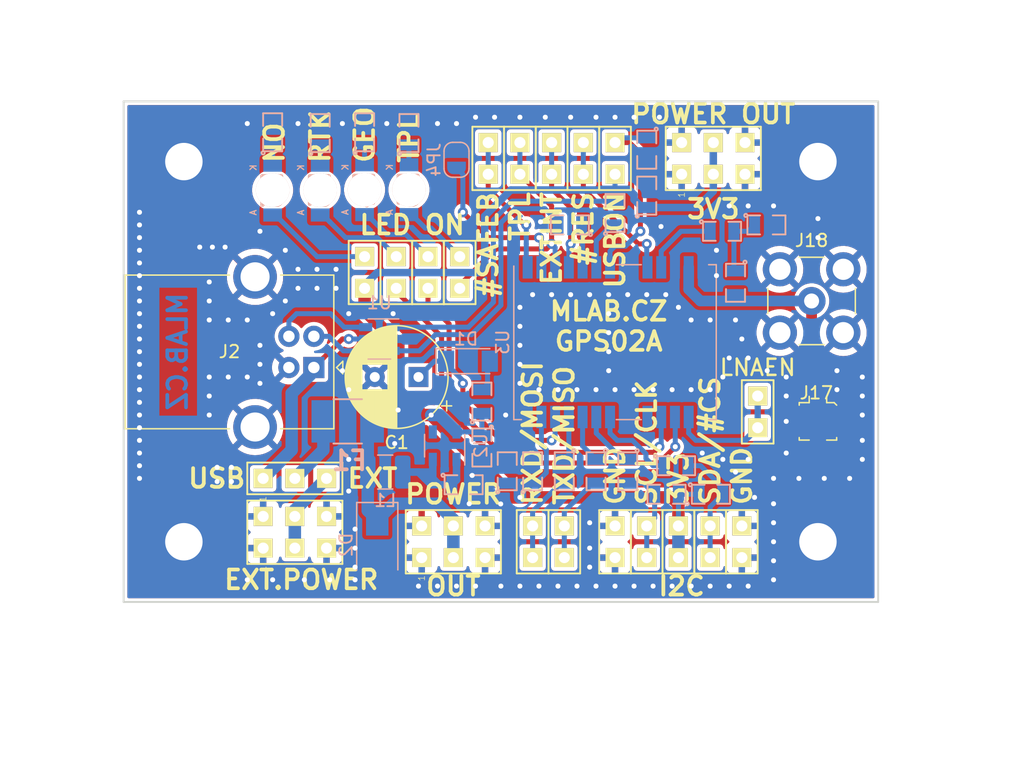
<source format=kicad_pcb>
(kicad_pcb (version 20210606) (generator pcbnew)
  (title_block (title "NAME") (date "%d. %m. %Y") (rev "REV") (company "Mlab www.mlab.cz") (comment 1 "VERSION") (comment 2 "Short description\\nTwo lines are maximum") (comment 3 "nickname <email@example.com>"))
  (layers (0 "F.Cu" signal) (31 "B.Cu" signal) (34 "B.Paste" user) (35 "F.Paste" user) (36 "B.SilkS" user "B.Silkscreen") (37 "F.SilkS" user "F.Silkscreen") (38 "B.Mask" user) (39 "F.Mask" user) (44 "Edge.Cuts" user))
  (net 0 "")
  (net 1 "GND")
  (net 2 "/VBACKUP")
  (net 3 "Net-(C2-Pad1)")
  (net 4 "+3V3")
  (net 5 "Net-(C7-Pad1)")
  (net 6 "Net-(D1-Pad2)")
  (net 7 "Net-(D2-Pad1)")
  (net 8 "Net-(D3-Pad1)")
  (net 9 "Net-(F1-Pad1)")
  (net 10 "Net-(J1-Pad3)")
  (net 11 "/D+")
  (net 12 "/D-")
  (net 13 "/VBUS")
  (net 14 "/TXD{slash}MISO")
  (net 15 "/RXD{slash}MOSI")
  (net 16 "/SDA{slash}#CS")
  (net 17 "/SCL{slash}CLK")
  (net 18 "/LNEN")
  (net 19 "/TIMEPULSE")
  (net 20 "Net-(J17-Pad1)")
  (net 21 "Net-(JP7-Pad1)")
  (net 22 "/RTK_STAT")
  (net 23 "Net-(JP8-Pad1)")
  (net 24 "/GEO_STAT")
  (net 25 "Net-(R4-Pad1)")
  (net 26 "/DM")
  (net 27 "Net-(R5-Pad1)")
  (net 28 "/DP")
  (net 29 "Net-(R6-Pad1)")
  (net 30 "Net-(R7-Pad1)")
  (net 31 "Net-(R8-Pad1)")
  (net 32 "Net-(R9-Pad1)")
  (net 33 "Net-(R11-Pad1)")
  (net 36 "Net-(D4-Pad1)")
  (net 37 "Net-(D5-Pad1)")
  (net 38 "Net-(D6-Pad1)")
  (net 39 "Net-(D3-Pad2)")
  (net 40 "Net-(J16-Pad1)")
  (net 41 "/EXTINT")
  (net 42 "/#SAFEB")
  (net 43 "/#RESET")
  (net 44 "/VDD_USB")
  (net 45 "/D_SEL")
  (footprint "Capacitor_THT:CP_Radial_D8.0mm_P3.50mm" (layer "F.Cu") (at 23.876 -18.288 180)
    (fp_text reference "C1")
    (fp_text value "1F" hide)
  )
  (footprint "Mlab_Pin_Headers:Straight_2x03" (layer "F.Cu") (at 13.97 -5.842 90)
    (fp_text reference "J1" hide)
    (fp_text value "HEADER_2x03_PARALLEL" hide)
  )
  (footprint "Connector_USB:USB_B_OST_USB-B1HSxx_Horizontal" (layer "F.Cu") (at 15.494 -19.05 180)
    (fp_text reference "J2")
    (fp_text value "USB_B")
  )
  (footprint "Mlab_Pin_Headers:Straight_2x03" (layer "F.Cu") (at 26.67 -5.08 90)
    (fp_text reference "J3" hide)
    (fp_text value "HEADER_2x03_PARALLEL" hide)
  )
  (footprint "Mlab_Pin_Headers:Straight_2x01" (layer "F.Cu") (at 35.56 -5.08 -90)
    (fp_text reference "J4" hide)
    (fp_text value "HEADER_2x01_PARALLEL" hide)
  )
  (footprint "Mlab_Pin_Headers:Straight_2x01" (layer "F.Cu") (at 33.02 -5.08 -90)
    (fp_text reference "J5" hide)
    (fp_text value "HEADER_2x01_PARALLEL" hide)
  )
  (footprint "Mlab_Pin_Headers:Straight_2x01" (layer "F.Cu") (at 47.244 -5.08 -90)
    (fp_text reference "J6" hide)
    (fp_text value "HEADER_2x01_PARALLEL" hide)
  )
  (footprint "Mlab_Pin_Headers:Straight_2x01" (layer "F.Cu") (at 44.704 -5.08 -90)
    (fp_text reference "J8" hide)
    (fp_text value "HEADER_2x01_PARALLEL" hide)
  )
  (footprint "Mlab_Pin_Headers:Straight_2x01" (layer "F.Cu") (at 49.784 -5.08 -90)
    (fp_text reference "J9" hide)
    (fp_text value "HEADER_2x01_PARALLEL" hide)
  )
  (footprint "Mlab_Pin_Headers:Straight_2x01" (layer "F.Cu") (at 39.624 -5.08 -90)
    (fp_text reference "J10" hide)
    (fp_text value "HEADER_2x01_PARALLEL" hide)
  )
  (footprint "Mlab_Pin_Headers:Straight_2x01" (layer "F.Cu") (at 34.544 -35.814 90)
    (fp_text reference "J11" hide)
    (fp_text value "HEADER_2x01_PARALLEL" hide)
  )
  (footprint "Mlab_Pin_Headers:Straight_2x01" (layer "F.Cu") (at 37.084 -35.814 -90)
    (fp_text reference "J13" hide)
    (fp_text value "HEADER_2x01_PARALLEL" hide)
  )
  (footprint "Mlab_Pin_Headers:Straight_2x01" (layer "F.Cu") (at 51.054 -15.494 -90)
    (fp_text reference "J14" hide)
    (fp_text value "HEADER_2x01_PARALLEL" hide)
  )
  (footprint "Mlab_Pin_Headers:Straight_2x03" (layer "F.Cu") (at 47.498 -35.814 90)
    (fp_text reference "J15" hide)
    (fp_text value "HEADER_2x03_PARALLEL" hide)
  )
  (footprint "Mlab_Pin_Headers:Straight_2x01" (layer "F.Cu") (at 32.004 -35.814 90)
    (fp_text reference "J16" hide)
    (fp_text value "HEADER_2x01_PARALLEL" hide)
  )
  (footprint "Connector_Coaxial:U.FL_Molex_MCRF_73412-0110_Vertical" (layer "F.Cu") (at 55.88 -14.732 180)
    (fp_text reference "J17")
    (fp_text value "u.FL")
  )
  (footprint "Connector_Coaxial:SMB_Jack_Vertical" (layer "F.Cu") (at 55.372 -24.384)
    (fp_text reference "J18")
    (fp_text value "SMA")
  )
  (footprint "Mlab_Pin_Headers:Straight_1x02" (layer "F.Cu") (at 27.178 -26.67 180)
    (fp_text reference "JP6" hide)
    (fp_text value "Jumper_2_Bridged" hide)
  )
  (footprint "Mlab_Pin_Headers:Straight_1x02" (layer "F.Cu") (at 22.098 -26.67 180)
    (fp_text reference "JP7" hide)
    (fp_text value "Jumper_2_Open" hide)
  )
  (footprint "Mlab_Pin_Headers:Straight_1x02" (layer "F.Cu") (at 24.638 -26.67 180)
    (fp_text reference "JP8" hide)
    (fp_text value "Jumper_2_Open" hide)
  )
  (footprint "Mlab_Mechanical:MountingHole_3mm" (layer "F.Cu") (at 5.08 -5.08)
    (fp_text reference "M1" hide)
    (fp_text value "HOLE" hide)
  )
  (footprint "Mlab_Mechanical:MountingHole_3mm" (layer "F.Cu") (at 55.88 -35.56)
    (fp_text reference "M2" hide)
    (fp_text value "HOLE" hide)
  )
  (footprint "Mlab_Mechanical:MountingHole_3mm" (layer "F.Cu") (at 55.88 -5.08)
    (fp_text reference "M3" hide)
    (fp_text value "HOLE" hide)
  )
  (footprint "Mlab_Mechanical:MountingHole_3mm" (layer "F.Cu") (at 5.08 -35.56)
    (fp_text reference "M4" hide)
    (fp_text value "HOLE" hide)
  )
  (footprint "Mlab_Pin_Headers:Straight_1x03" (layer "F.Cu") (at 13.97 -10.16 90)
    (fp_text reference "JP1" hide)
    (fp_text value "Jumper_3_Bridged12" hide)
  )
  (footprint "Mlab_Pin_Headers:Straight_1x02" (layer "F.Cu") (at 19.558 -26.67 180)
    (fp_text reference "JP9" hide)
    (fp_text value "Jumper_2_Open" hide)
  )
  (footprint "Mlab_Pin_Headers:Straight_1x02" (layer "F.Cu") (at 39.624 -35.814)
    (fp_text reference "JP2" hide)
    (fp_text value "Jumper_2_Bridged" hide)
  )
  (footprint "Mlab_Pin_Headers:Straight_2x01" (layer "F.Cu") (at 29.464 -35.814 -90)
    (fp_text reference "J12" hide)
    (fp_text value "HEADER_2x01_PARALLEL" hide)
  )
  (footprint "Mlab_Pin_Headers:Straight_2x01" (layer "F.Cu") (at 42.164 -5.08 -90)
    (fp_text reference "J7" hide)
    (fp_text value "HEADER_2x01_PARALLEL" hide)
  )
  (footprint "Mlab_R:SMD-0805" (layer "B.Cu") (at 28.956 -12.6365 -90)
    (fp_text reference "C3")
    (fp_text value "1uF")
  )
  (footprint "Mlab_R:SMD-0805" (layer "B.Cu") (at 42.164 -32.8295 90)
    (fp_text reference "C6")
    (fp_text value "1uF")
  )
  (footprint "Mlab_R:SMD-0805" (layer "B.Cu") (at 51.7525 -30.48)
    (fp_text reference "C7")
    (fp_text value "10nF")
  )
  (footprint "Diode_SMD:D_MiniMELF" (layer "B.Cu") (at 27.841 -19.558)
    (fp_text reference "D1")
    (fp_text value "BAS85" hide)
  )
  (footprint "Diode_SMD:D_SMA" (layer "B.Cu") (at 20.574 -4.826 -90)
    (fp_text reference "D2")
    (fp_text value "M4")
  )
  (footprint "Mlab_D:LED_1206" (layer "B.Cu") (at 12.192 -33.274 90)
    (fp_text reference "D3")
    (fp_text value "RED" hide)
  )
  (footprint "Mlab_D:LED_1206" (layer "B.Cu") (at 16.002 -33.274 90)
    (fp_text reference "D5")
    (fp_text value "YELLOW" hide)
  )
  (footprint "Mlab_D:LED_1206" (layer "B.Cu") (at 23.114 -33.306 90)
    (fp_text reference "D6")
    (fp_text value "GREEN" hide)
  )
  (footprint "Mlab_F:1812" (layer "B.Cu") (at 18.206 -14.732)
    (fp_text reference "F1")
    (fp_text value "750mA" hide)
  )
  (footprint "Inductor_SMD:L_1210_3225Metric" (layer "B.Cu") (at 21.212 -10.668)
    (fp_text reference "L1")
    (fp_text value "NL322522T-101K" hide)
  )
  (footprint "Mlab_R:SMD-0805" (layer "B.Cu") (at 49.276 -25.8445 -90)
    (fp_text reference "L2")
    (fp_text value "27nH")
  )
  (footprint "Mlab_R:SMD-0805" (layer "B.Cu") (at 28.956 -16.3195 90)
    (fp_text reference "R1")
    (fp_text value "22R")
  )
  (footprint "Mlab_R:SMD-0805" (layer "B.Cu") (at 47.3075 -8.89)
    (fp_text reference "R2")
    (fp_text value "10k")
  )
  (footprint "Mlab_R:SMD-0805" (layer "B.Cu") (at 43.7515 -8.89 180)
    (fp_text reference "R3")
    (fp_text value "10k")
  )
  (footprint "Mlab_R:SMD-0805" (layer "B.Cu") (at 36.0045 -30.48 180)
    (fp_text reference "R4")
    (fp_text value "33R")
  )
  (footprint "Mlab_R:SMD-0805" (layer "B.Cu") (at 38.1 -10.7315 -90)
    (fp_text reference "R6")
    (fp_text value "33R")
  )
  (footprint "Mlab_R:SMD-0805" (layer "B.Cu") (at 35.56 -10.7315 -90)
    (fp_text reference "R7")
    (fp_text value "33R")
  )
  (footprint "Mlab_R:SMD-0805" (layer "B.Cu") (at 44.5135 -11.176)
    (fp_text reference "R8")
    (fp_text value "33R")
  )
  (footprint "Mlab_R:SMD-0805" (layer "B.Cu") (at 40.64 -10.7315 -90)
    (fp_text reference "R9")
    (fp_text value "33R")
  )
  (footprint "Mlab_R:SMD-0805" (layer "B.Cu") (at 12.192 -37.9095 90)
    (fp_text reference "R10")
    (fp_text value "620R")
  )
  (footprint "Mlab_R:SMD-0805" (layer "B.Cu") (at 48.1965 -29.972)
    (fp_text reference "R11")
    (fp_text value "10R")
  )
  (footprint "Mlab_R:SMD-0805" (layer "B.Cu") (at 16.002 -37.846 90)
    (fp_text reference "R13")
    (fp_text value "620R")
  )
  (footprint "Mlab_R:SMD-0805" (layer "B.Cu") (at 23.114 -37.846 90)
    (fp_text reference "R14")
    (fp_text value "620R")
  )
  (footprint "RF_GPS:ublox_NEO" (layer "B.Cu") (at 39.624 -21.082 -90)
    (fp_text reference "U3")
    (fp_text value "NEO-M8P")
  )
  (footprint "Mlab_R:SMD-0805" (layer "B.Cu") (at 27.4955 -9.652)
    (fp_text reference "C2")
    (fp_text value "10uF")
  )
  (footprint "Package_TO_SOT_SMD:SOT-23-5" (layer "B.Cu") (at 25.974 -12.784 90)
    (fp_text reference "U2")
    (fp_text value "MIC5504-3.3YM5" hide)
  )
  (footprint "Mlab_R:SMD-0805" (layer "B.Cu") (at 39.624 -31.4325 90)
    (fp_text reference "R5")
    (fp_text value "33R")
  )
  (footprint "Jumper:SolderJumper-2_P1.3mm_Open_RoundedPad1.0x1.5mm" (layer "B.Cu") (at 26.924 -35.702 -90)
    (fp_text reference "JP4")
    (fp_text value "Jumper_2_Open" hide)
  )
  (footprint "Mlab_R:SMD-0805" (layer "B.Cu") (at 30.988 -10.7315 90)
    (fp_text reference "C4")
    (fp_text value "100nF")
  )
  (footprint "Package_TO_SOT_SMD:SOT-23-6" (layer "B.Cu") (at 20.744 -21.336 180)
    (fp_text reference "U1")
    (fp_text value "USBLC6-2SC6" hide)
  )
  (footprint "Mlab_R:SMD-0805" (layer "B.Cu") (at 33.02 -10.7315 90)
    (fp_text reference "C5")
    (fp_text value "1uF")
  )
  (footprint "Mlab_R:SMD-0805" (layer "B.Cu") (at 42.164 -36.5125 -90)
    (fp_text reference "R15")
    (fp_text value "10k")
  )
  (footprint "Mlab_R:SMD-0805" (layer "B.Cu") (at 19.558 -37.9095 90)
    (fp_text reference "R12")
    (fp_text value "620R")
  )
  (footprint "Mlab_D:LED_1206" (layer "B.Cu") (at 19.558 -33.306 90)
    (fp_text reference "D4")
    (fp_text value "YELLOW" hide)
  )
  (gr_line (start 0.254 -0.254) (end 0.254 -40.386) (layer "Edge.Cuts") (width 0.15))
  (gr_line (start 0.254 -0.254) (end 60.706 -0.254) (layer "Edge.Cuts") (width 0.15))
  (gr_line (start 60.706 -40.386) (end 0.254 -40.386) (layer "Edge.Cuts") (width 0.15))
  (gr_line (start 60.706 -40.386) (end 60.706 -0.254) (layer "Edge.Cuts") (width 0.15))
  (gr_text "MLAB.CZ" (at 4.572 -20.32 90) (layer "B.Cu") (effects (font (size 1.5 1.5) (thickness 0.3)) (justify mirror)))
  (gr_text "EXT" (at 22.352 -10.16) (layer "F.SilkS") (effects (font (size 1.5 1.5) (thickness 0.3)) (justify right)))
  (gr_text "POWER" (at 26.67 -8.89) (layer "F.SilkS") (effects (font (size 1.5 1.5) (thickness 0.3))))
  (gr_text "OUT" (at 26.67 -1.524) (layer "F.SilkS") (effects (font (size 1.5 1.5) (thickness 0.3))))
  (gr_text "GND" (at 49.784 -7.874 90) (layer "F.SilkS") (effects (font (size 1.5 1.5) (thickness 0.3)) (justify left)))
  (gr_text "TXD/MISO" (at 35.56 -7.874 90) (layer "F.SilkS") (effects (font (size 1.5 1.5) (thickness 0.3)) (justify left)))
  (gr_text "RXD/MOSI" (at 33.02 -7.874 90) (layer "F.SilkS") (effects (font (size 1.5 1.5) (thickness 0.3)) (justify left)))
  (gr_text "LNAEN" (at 51.054 -19.05) (layer "F.SilkS") (effects (font (size 1.3 1.3) (thickness 0.2))))
  (gr_text "ON" (at 12.192 -35.306 270) (layer "F.SilkS") (effects (font (size 1.5 1.5) (thickness 0.3)) (justify right)))
  (gr_text "3V3" (at 47.498 -31.75) (layer "F.SilkS") (effects (font (size 1.5 1.5) (thickness 0.3))))
  (gr_text "#SAFEB" (at 29.464 -33.274 90) (layer "F.SilkS") (effects (font (size 1.5 1.5) (thickness 0.3)) (justify right)))
  (gr_text "USBON" (at 39.624 -33.274 90) (layer "F.SilkS") (effects (font (size 1.5 1.5) (thickness 0.3)) (justify right)))
  (gr_text "MLAB.CZ\nGPS02A" (at 39.116 -22.352) (layer "F.SilkS") (effects (font (size 1.5 1.5) (thickness 0.3))))
  (gr_text "RTK" (at 16.002 -35.306 90) (layer "F.SilkS") (effects (font (size 1.5 1.5) (thickness 0.3)) (justify left)))
  (gr_text "EXTINT" (at 34.544 -33.274 90) (layer "F.SilkS") (effects (font (size 1.5 1.5) (thickness 0.3)) (justify right)))
  (gr_text "USB" (at 10.16 -10.16) (layer "F.SilkS") (effects (font (size 1.5 1.5) (thickness 0.3)) (justify right)))
  (gr_text "3V3" (at 44.704 -7.874 90) (layer "F.SilkS") (effects (font (size 1.5 1.5) (thickness 0.3)) (justify left)))
  (gr_text "TPL" (at 23.114 -35.306 90) (layer "F.SilkS") (effects (font (size 1.5 1.5) (thickness 0.3)) (justify left)))
  (gr_text "SCL/CLK" (at 42.164 -7.874 90) (layer "F.SilkS") (effects (font (size 1.5 1.5) (thickness 0.3)) (justify left)))
  (gr_text "I2C" (at 44.958 -1.524) (layer "F.SilkS") (effects (font (size 1.5 1.5) (thickness 0.3))))
  (gr_text "LED ON" (at 23.368 -30.48) (layer "F.SilkS") (effects (font (size 1.5 1.5) (thickness 0.3))))
  (gr_text "#RES" (at 37.084 -33.274 90) (layer "F.SilkS") (effects (font (size 1.5 1.5) (thickness 0.3)) (justify right)))
  (gr_text "EXT.POWER" (at 20.828 -2.032) (layer "F.SilkS") (effects (font (size 1.5 1.5) (thickness 0.3)) (justify right)))
  (gr_text "SDA/#CS" (at 47.244 -7.874 90) (layer "F.SilkS") (effects (font (size 1.5 1.5) (thickness 0.3)) (justify left)))
  (gr_text "GEO" (at 19.558 -35.306 90) (layer "F.SilkS") (effects (font (size 1.5 1.5) (thickness 0.3)) (justify left)))
  (gr_text "POWER OUT" (at 47.498 -39.37) (layer "F.SilkS") (effects (font (size 1.5 1.5) (thickness 0.3))))
  (gr_text "GND" (at 39.624 -7.874 90) (layer "F.SilkS") (effects (font (size 1.5 1.5) (thickness 0.3)) (justify left)))
  (gr_text "TPL" (at 32.004 -33.274 90) (layer "F.SilkS") (effects (font (size 1.5 1.5) (thickness 0.3)) (justify right)))
  (segment (start 16.764 -2.032) (end 14.732 -2.032) (width 0.5) (layer "F.Cu") (net 1))
  (segment (start 47.244 -17.272) (end 48.26 -18.288) (width 0.5) (layer "F.Cu") (net 1))
  (segment (start 43.688 -24.892) (end 42.164 -24.892) (width 0.5) (layer "F.Cu") (net 1))
  (segment (start 32.004 -39.116) (end 34.036 -39.116) (width 0.5) (layer "F.Cu") (net 1))
  (segment (start 49.784 -20.32) (end 50.292 -19.812) (width 0.5) (layer "F.Cu") (net 1))
  (segment (start 52.324 -11.176) (end 52.324 -10.16) (width 0.5) (layer "F.Cu") (net 1))
  (segment (start 12.192 -2.032) (end 10.16 -2.032) (width 0.5) (layer "F.Cu") (net 1))
  (segment (start 18.796 -4.572) (end 18.796 -6.096) (width 0.5) (layer "F.Cu") (net 1))
  (segment (start 51.816 -11.684) (end 52.324 -11.176) (width 0.5) (layer "F.Cu") (net 1))
  (segment (start 15.748 -26.924) (end 14.224 -26.924) (width 0.5) (layer "F.Cu") (net 1))
  (segment (start 41.148 -1.524) (end 42.672 -1.524) (width 0.5) (layer "F.Cu") (net 1))
  (segment (start 35.052 -17.272) (end 36.576 -17.272) (width 0.5) (layer "F.Cu") (net 1))
  (segment (start 52.324 -2.032) (end 52.324 -3.556) (width 0.5) (layer "F.Cu") (net 1))
  (segment (start 22.246182 -15.642182) (end 22.246182 -15.27218) (width 0.5) (layer "F.Cu") (net 1))
  (segment (start 44.196 -1.524) (end 45.72 -1.524) (width 0.5) (layer "F.Cu") (net 1))
  (segment (start 18.288 -18.288) (end 17.78 -18.796) (width 0.5) (layer "F.Cu") (net 1))
  (segment (start 32.004 -23.876) (end 32.004 -22.352) (width 0.5) (layer "F.Cu") (net 1))
  (segment (start 39.116 -24.892) (end 39.116 -23.368) (width 0.5) (layer "F.Cu") (net 1))
  (segment (start 52.324 -11.176) (end 53.34 -12.192) (width 0.5) (layer "F.Cu") (net 1))
  (segment (start 18.288 -17.272) (end 18.288 -18.288) (width 0.5) (layer "F.Cu") (net 1))
  (segment (start 41.148 -17.272) (end 42.672 -17.272) (width 0.5) (layer "F.Cu") (net 1))
  (segment (start 49.276 -10.668) (end 48.26 -11.684) (width 0.5) (layer "F.Cu") (net 1))
  (segment (start 54.356 -10.16) (end 56.388 -10.16) (width 0.5) (layer "F.Cu") (net 1))
  (segment (start 18.796 -3.048) (end 18.796 -2.032) (width 0.5) (layer "F.Cu") (net 1))
  (segment (start 48.768 -1.524) (end 50.292 -1.524) (width 0.5) (layer "F.Cu") (net 1))
  (segment (start 25.4 -38.608) (end 26.924 -38.608) (width 0.5) (layer "F.Cu") (net 1))
  (segment (start 44.704 -23.876) (end 45.72 -22.86) (width 0.5) (layer "F.Cu") (net 1))
  (segment (start 30.448364 -8.128) (end 30.464182 -8.112182) (width 0.5) (layer "F.Cu") (net 1))
  (segment (start 51.308 -8.128) (end 50.8 -8.636) (width 0.5) (layer "F.Cu") (net 1))
  (segment (start 34.544 -24.892) (end 33.02 -24.892) (width 0.5) (layer "F.Cu") (net 1))
  (segment (start 59.436 -16.764) (end 59.436 -18.288) (width 0.5) (layer "F.Cu") (net 1))
  (segment (start 36.576 -1.524) (end 38.1 -1.524) (width 0.5) (layer "F.Cu") (net 1))
  (segment (start 10.784 -26.32) (end 10.764 -26.32) (width 0.5) (layer "F.Cu") (net 1))
  (segment (start 50.292 -11.684) (end 51.816 -11.684) (width 0.5) (layer "F.Cu") (net 1))
  (segment (start 52.324 -8.128) (end 51.308 -8.128) (width 0.5) (layer "F.Cu") (net 1))
  (segment (start 50.038 -34.544) (end 50.038 -32.258) (width 0.5) (layer "F.Cu") (net 1))
  (segment (start 33.528 -1.524) (end 35.052 -1.524) (width 0.5) (layer "F.Cu") (net 1))
  (segment (start 44.196 -17.272) (end 45.72 -17.272) (width 0.5) (layer "F.Cu") (net 1))
  (segment (start 52.324 -5.08) (end 52.324 -6.604) (width 0.5) (layer "F.Cu") (net 1))
  (segment (start 14.224 -25.4) (end 15.748 -25.4) (width 0.5) (layer "F.Cu") (net 1))
  (segment (start 22.246182 -15.27218) (end 21.706002 -14.732) (width 0.5) (layer "F.Cu") (net 1))
  (segment (start 39.116 -21.844) (end 39.116 -20.32) (width 0.5) (layer "F.Cu") (net 1))
  (segment (start 33.02 -17.78) (end 33.528 -17.272) (width 0.5) (layer "F.Cu") (net 1))
  (segment (start 38.1 -17.272) (end 39.624 -17.272) (width 0.5) (layer "F.Cu") (net 1))
  (segment (start 12.7 -28.448) (end 11.176 -29.972) (width 0.5) (layer "F.Cu") (net 1))
  (segment (start 47.244 -1.524) (end 48.768 -1.524) (width 0.5) (layer "F.Cu") (net 1))
  (segment (start 59.436 -13.208) (end 59.436 -15.24) (width 0.5) (layer "F.Cu") (net 1))
  (segment (start 49.784 -21.336) (end 49.784 -20.32) (width 0.5) (layer "F.Cu") (net 1))
  (segment (start 40.64 -24.892) (end 39.116 -24.892) (width 0.5) (layer "F.Cu") (net 1))
  (segment (start 30.48 -1.524) (end 32.004 -1.524) (width 0.5) (layer "F.Cu") (net 1))
  (segment (start 37.592 -3.048) (end 37.592 -4.572) (width 0.5) (layer "F.Cu") (net 1))
  (segment (start 32.004 -17.78) (end 33.02 -17.78) (width 0.5) (layer "F.Cu") (net 1))
  (segment (start 13.208 -28.448) (end 12.7 -28.448) (width 0.5) (layer "F.Cu") (net 1))
  (segment (start 32.004 -20.828) (end 32.004 -19.304) (width 0.5) (layer "F.Cu") (net 1))
  (segment (start 18.288 -9.144) (end 18.288 -11.684) (width 0.5) (layer "F.Cu") (net 1))
  (segment (start 47.244 -22.86) (end 49.276 -22.86) (width 0.5) (layer "F.Cu") (net 1))
  (segment (start 39.624 -1.524) (end 41.148 -1.524) (width 0.5) (layer "F.Cu") (net 1))
  (segment (start 57.404 -18.796) (end 57.404 -17.272) (width 0.5) (layer "F.Cu") (net 1))
  (segment (start 58.42 -10.16) (end 58.42 -10.668) (width 0.5) (layer "F.Cu") (net 1))
  (segment (start 36.068 -39.116) (end 38.1 -39.116) (width 0.5) (layer "F.Cu") (net 1))
  (segment (start 28.448 -39.116) (end 29.972 -39.116) (width 0.5) (layer "F.Cu") (net 1))
  (segment (start 39.624 -39.116) (end 41.148 -39.116) (width 0.5) (layer "F.Cu") (net 1))
  (segment (start 37.592 -24.892) (end 36.068 -24.892) (width 0.5) (layer "F.Cu") (net 1))
  (segment (start 27.94 -8.128) (end 30.448364 -8.128) (width 0.5) (layer "F.Cu") (net 1))
  (segment (start 21.336 -38.608) (end 17.78 -38.608) (width 0.5) (layer "F.Cu") (net 1))
  (segment (start 55.88 -30.988) (end 55.88 -29.464) (width 0.5) (layer "F.Cu") (net 1))
  (segment (start 47.752 -28.448) (end 47.752 -26.416) (width 0.5) (layer "F.Cu") (net 1))
  (segment (start 58.42 -10.668) (end 59.436 -11.684) (width 0.5) (layer "F.Cu") (net 1))
  (segment (start 17.272 -25.4) (end 17.272 -26.924) (width 0.5) (layer "F.Cu") (net 1))
  (segment (start 10.764 -26.32) (end 8.382 -28.702) (width 0.5) (layer "F.Cu") (net 1))
  (segment (start 17.78 -38.608) (end 14.224 -38.608) (width 0.5) (layer "F.Cu") (net 1))
  (segment (start 53.34 -14.732) (end 53.34 -16.764) (width 0.5) (layer "F.Cu") (net 1))
  (segment (start 50.038 -32.258) (end 50.292 -32.004) (width 0.5) (layer "F.Cu") (net 1))
  (segment (start 12.192 -23.368) (end 13.208 -24.384) (width 0.5) (layer "F.Cu") (net 1))
  (segment (start 50.292 -32.004) (end 52.324 -32.004) (width 0.5) (layer "F.Cu") (net 1))
  (segment (start 23.876 -1.524) (end 25.4 -1.524) (width 0.5) (layer "F.Cu") (net 1))
  (segment (start 26.924 -1.524) (end 28.448 -1.524) (width 0.5) (layer "F.Cu") (net 1))
  (via (at 7.366 -28.702) (size 0.8) (drill 0.4) (layers "F.Cu" "B.Cu") (net 1))
  (via (at 6.35 -28.702) (size 0.8) (drill 0.4) (layers "F.Cu" "B.Cu") (net 1))
  (via (at 21.844 -23.368) (size 0.8) (drill 0.4) (layers "F.Cu" "B.Cu") (net 1))
  (via (at 33.655 -30.734) (size 0.8) (drill 0.4) (layers "F.Cu" "B.Cu") (net 1))
  (via (at 43.307 -30.353) (size 0.8) (drill 0.4) (layers "F.Cu" "B.Cu") (net 1))
  (via (at 46.609 -12.192) (size 0.8) (drill 0.4) (layers "F.Cu" "B.Cu") (net 1))
  (via (at 30.861 -15.24) (size 0.8) (drill 0.4) (layers "F.Cu" "B.Cu") (net 1))
  (via (at 21.971 -12.954) (size 0.8) (drill 0.4) (layers "F.Cu" "B.Cu") (net 1))
  (via (at 7.747 -11.049) (size 0.8) (drill 0.4) (layers "F.Cu" "B.Cu") (net 1))
  (via (at 7.747 -9.906) (size 0.8) (drill 0.4) (layers "F.Cu" "B.Cu") (net 1))
  (via (at 8.89 -9.906) (size 0.8) (drill 0.4) (layers "F.Cu" "B.Cu") (net 1))
  (via (at 8.89 -11.049) (size 0.8) (drill 0.4) (layers "F.Cu" "B.Cu") (net 1))
  (via (at 34.544 -24.892) (size 0.8) (drill 0.4) (layers "F.Cu" "B.Cu") (net 1))
  (via (at 57.404 -18.796) (size 0.8) (drill 0.4) (layers "F.Cu" "B.Cu") (net 1))
  (via (at 13.208 -28.448) (size 0.8) (drill 0.4) (layers "F.Cu" "B.Cu") (net 1))
  (via (at 52.324 -2.032) (size 0.8) (drill 0.4) (layers "F.Cu" "B.Cu") (net 1))
  (via (at 30.48 -1.524) (size 0.8) (drill 0.4) (layers "F.Cu" "B.Cu") (net 1))
  (via (at 12.192 -23.368) (size 0.8) (drill 0.4) (layers "F.Cu" "B.Cu") (net 1))
  (via (at 44.704 -23.876) (size 0.8) (drill 0.4) (layers "F.Cu" "B.Cu") (net 1))
  (via (at 33.02 -24.892) (size 0.8) (drill 0.4) (layers "F.Cu" "B.Cu") (net 1))
  (via (at 53.34 -16.764) (size 0.8) (drill 0.4) (layers "F.Cu" "B.Cu") (net 1))
  (via (at 40.64 -24.892) (size 0.8) (drill 0.4) (layers "F.Cu" "B.Cu") (net 1))
  (via (at 7.112 -15.24) (size 0.8) (drill 0.4) (layers "F.Cu" "B.Cu") (net 1))
  (via (at 39.116 -21.844) (size 0.8) (drill 0.4) (layers "F.Cu" "B.Cu") (net 1))
  (via (at 49.276 -10.668) (size 0.8) (drill 0.4) (layers "F.Cu" "B.Cu") (net 1))
  (via (at 41.148 -17.272) (size 0.8) (drill 0.4) (layers "F.Cu" "B.Cu") (net 1))
  (via (at 11.176 -17.78) (size 0.8) (drill 0.4) (layers "F.Cu" "B.Cu") (net 1))
  (via (at 37.592 -24.892) (size 0.8) (drill 0.4) (layers "F.Cu" "B.Cu") (net 1))
  (via (at 18.288 -9.144) (size 0.8) (drill 0.4) (layers "F.Cu" "B.Cu") (net 1))
  (via (at 35.052 -1.524) (size 0.8) (drill 0.4) (layers "F.Cu" "B.Cu") (net 1))
  (via (at 43.18 -39.116) (size 0.8) (drill 0.4) (layers "F.Cu" "B.Cu") (net 1))
  (via (at 28.178182 -10.398182) (size 0.8) (drill 0.4) (layers "F.Cu" "B.Cu") (net 1))
  (via (at 53.34 -12.192) (size 0.8) (drill 0.4) (layers "F.Cu" "B.Cu") (net 1))
  (via (at 36.576 -1.524) (size 0.8) (drill 0.4) (layers "F.Cu" "B.Cu") (net 1))
  (via (at 37.592 -3.048) (size 0.8) (drill 0.4) (layers "F.Cu" "B.Cu") (net 1))
  (via (at 1.524 -26.416) (size 0.8) (drill 0.4) (layers "F.Cu" "B.Cu") (net 1))
  (via (at 39.624 -1.524) (size 0.8) (drill 0.4) (layers "F.Cu" "B.Cu") (net 1))
  (via (at 59.436 -13.208) (size 0.8) (drill 0.4) (layers "F.Cu" "B.Cu") (net 1))
  (via (at 45.72 -17.272) (size 0.8) (drill 0.4) (layers "F.Cu" "B.Cu") (net 1))
  (via (at 13.208 -24.384) (size 0.8) (drill 0.4) (layers "F.Cu" "B.Cu") (net 1))
  (via (at 45.72 -1.524) (size 0.8) (drill 0.4) (layers "F.Cu" "B.Cu") (net 1))
  (via (at 21.336 -38.608) (size 0.8) (drill 0.4) (layers "F.Cu" "B.Cu") (net 1))
  (via (at 44.196 -17.272) (size 0.8) (drill 0.4) (layers "F.Cu" "B.Cu") (net 1))
  (via (at 18.288 -17.272) (size 0.8) (drill 0.4) (layers "F.Cu" "B.Cu") (net 1))
  (via (at 48.768 -19.812) (size 0.8) (drill 0.4) (layers "F.Cu" "B.Cu") (net 1))
  (via (at 15.748 -26.924) (size 0.8) (drill 0.4) (layers "F.Cu" "B.Cu") (net 1))
  (via (at 28.448 -39.116) (size 0.8) (drill 0.4) (layers "F.Cu" "B.Cu") (net 1))
  (via (at 1.524 -30.48) (size 0.8) (drill 0.4) (layers "F.Cu" "B.Cu") (net 1))
  (via (at 28.448 -1.524) (size 0.8) (drill 0.4) (layers "F.Cu" "B.Cu") (net 1))
  (via (at 32.004 -23.876) (size 0.8) (drill 0.4) (layers "F.Cu" "B.Cu") (net 1))
  (via (at 7.112 -22.86) (size 0.8) (drill 0.4) (layers "F.Cu" "B.Cu") (net 1))
  (via (at 27.94 -8.128) (size 0.8) (drill 0.4) (layers "F.Cu" "B.Cu") (net 1))
  (via (at 36.068 -39.116) (size 0.8) (drill 0.4) (layers "F.Cu" "B.Cu") (net 1))
  (via (at 32.004 -22.352) (size 0.8) (drill 0.4) (layers "F.Cu" "B.Cu") (net 1))
  (via (at 15.748 -25.4) (size 0.8) (drill 0.4) (layers "F.Cu" "B.Cu") (net 1))
  (via (at 50.292 -1.524) (size 0.8) (drill 0.4) (layers "F.Cu" "B.Cu") (net 1))
  (via (at 7.112 -24.384) (size 0.8) (drill 0.4) (layers "F.Cu" "B.Cu") (net 1))
  (via (at 37.592 -4.572) (size 0.8) (drill 0.4) (layers "F.Cu" "B.Cu") (net 1))
  (via (at 33.528 -17.272) (size 0.8) (drill 0.4) (layers "F.Cu" "B.Cu") (net 1))
  (via (at 1.524 -10.16) (size 0.8) (drill 0.4) (layers "F.Cu" "B.Cu") (net 1))
  (via (at 47.244 -17.272) (size 0.8) (drill 0.4) (layers "F.Cu" "B.Cu") (net 1))
  (via (at 38.1 -39.116) (size 0.8) (drill 0.4) (layers "F.Cu" "B.Cu") (net 1))
  (via (at 10.16 -18.288) (size 0.8) (drill 0.4) (layers "F.Cu" "B.Cu") (net 1))
  (via (at 1.524 -15.24) (size 0.8) (drill 0.4) (layers "F.Cu" "B.Cu") (net 1))
  (via (at 33.528 -1.524) (size 0.8) (drill 0.4) (layers "F.Cu" "B.Cu") (net 1))
  (via (at 36.068 -24.892) (size 0.8) (drill 0.4) (layers "F.Cu" "B.Cu") (net 1))
  (via (at 37.592 -6.604) (size 0.8) (drill 0.4) (layers "F.Cu" "B.Cu") (net 1))
  (via (at 38.1 -17.272) (size 0.8) (drill 0.4) (layers "F.Cu" "B.Cu") (net 1))
  (via (at 39.624 -39.116) (size 0.8) (drill 0.4) (layers "F.Cu" "B.Cu") (net 1))
  (via (at 1.524 -25.4) (size 0.8) (drill 0.4) (layers "F.Cu" "B.Cu") (net 1))
  (via (at 8.636 -18.288) (size 0.8) (drill 0.4) (layers "F.Cu" "B.Cu") (net 1))
  (via (at 17.272 -26.924) (size 0.8) (drill 0.4) (layers "F.Cu" "B.Cu") (net 1))
  (via (at 50.292 -11.684) (size 0.8) (drill 0.4) (layers "F.Cu" "B.Cu") (net 1))
  (via (at 32.004 -20.828) (size 0.8) (drill 0.4) (layers "F.Cu" "B.Cu") (net 1))
  (via (at 56.388 -10.16) (size 0.8) (drill 0.4) (layers "F.Cu" "B.Cu") (net 1))
  (via (at 26.924 -38.608) (size 0.8) (drill 0.4) (layers "F.Cu" "B.Cu") (net 1))
  (via (at 53.34 -14.732) (size 0.8) (drill 0.4) (layers "F.Cu" "B.Cu") (net 1))
  (via (at 18.288 -11.684) (size 0.8) (drill 0.4) (layers "F.Cu" "B.Cu") (net 1))
  (via (at 58.42 -10.16) (size 0.8) (drill 0.4) (layers "F.Cu" "B.Cu") (net 1))
  (via (at 47.244 -22.86) (size 0.8) (drill 0.4) (layers "F.Cu" "B.Cu") (net 1))
  (via (at 32.004 -17.78) (size 0.8) (drill 0.4) (layers "F.Cu" "B.Cu") (net 1))
  (via (at 1.524 -29.464) (size 0.8) (drill 0.4) (layers "F.Cu" "B.Cu") (net 1))
  (via (at 41.148 -1.524) (size 0.8) (drill 0.4) (layers "F.Cu" "B.Cu") (net 1))
  (via (at 59.436 -18.288) (size 0.8) (drill 0.4) (layers "F.Cu" "B.Cu") (net 1))
  (via (at 50.292 -19.812) (size 0.8) (drill 0.4) (layers "F.Cu" "B.Cu") (net 1))
  (via (at 8.382 -28.702) (size 0.8) (drill 0.4) (layers "F.Cu" "B.Cu") (net 1))
  (via (at 57.404 -17.272) (size 0.8) (drill 0.4) (layers "F.Cu" "B.Cu") (net 1))
  (via (at 59.436 -16.764) (size 0.8) (drill 0.4) (layers "F.Cu" "B.Cu") (net 1))
  (via (at 16.764 -2.032) (size 0.8) (drill 0.4) (layers "F.Cu" "B.Cu") (net 1))
  (via (at 10.16 -38.608) (size 0.8) (drill 0.4) (layers "F.Cu" "B.Cu") (net 1))
  (via (at 55.88 -29.464) (size 0.8) (drill 0.4) (layers "F.Cu" "B.Cu") (net 1))
  (via (at 1.524 -17.272) (size 0.8) (drill 0.4) (layers "F.Cu" "B.Cu") (net 1))
  (via (at 7.112 -18.288) (size 0.8) (drill 0.4) (layers "F.Cu" "B.Cu") (net 1))
  (via (at 22.246182 -15.642182) (size 0.8) (drill 0.4) (layers "F.Cu" "B.Cu") (net 1))
  (via (at 11.176 -19.304) (size 0.8) (drill 0.4) (layers "F.Cu" "B.Cu") (net 1))
  (via (at 39.116 -23.368) (size 0.8) (drill 0.4) (layers "F.Cu" "B.Cu") (net 1))
  (via (at 52.324 -3.556) (size 0.8) (drill 0.4) (layers "F.Cu" "B.Cu") (net 1))
  (via (at 11.176 -29.972) (size 0.8) (drill 0.4) (layers "F.Cu" "B.Cu") (net 1))
  (via (at 36.576 -17.272) (size 0.8) (drill 0.4) (layers "F.Cu" "B.Cu") (net 1))
  (via (at 1.524 -18.288) (size 0.8) (drill 0.4) (layers "F.Cu" "B.Cu") (net 1))
  (via (at 42.672 -17.272) (size 0.8) (drill 0.4) (layers "F.Cu" "B.Cu") (net 1))
  (via (at 26.924 -1.524) (size 0.8) (drill 0.4) (layers "F.Cu" "B.Cu") (net 1))
  (via (at 35.052 -17.272) (size 0.8) (drill 0.4) (layers "F.Cu" "B.Cu") (net 1))
  (via (at 32.004 -39.116) (size 0.8) (drill 0.4) (layers "F.Cu" "B.Cu") (net 1))
  (via (at 43.688 -24.892) (size 0.8) (drill 0.4) (layers "F.Cu" "B.Cu") (net 1))
  (via (at 10.16 -22.86) (size 0.8) (drill 0.4) (layers "F.Cu" "B.Cu") (net 1))
  (via (at 54.356 -10.16) (size 0.8) (drill 0.4) (layers "F.Cu" "B.Cu") (net 1))
  (via (at 1.524 -19.304) (size 0.8) (drill 0.4) (layers "F.Cu" "B.Cu") (net 1))
  (via (at 1.524 -23.368) (size 0.8) (drill 0.4) (layers "F.Cu" "B.Cu") (net 1))
  (via (at 52.324 -10.16) (size 0.8) (drill 0.4) (layers "F.Cu" "B.Cu") (net 1))
  (via (at 1.524 -13.208) (size 0.8) (drill 0.4) (layers "F.Cu" "B.Cu") (net 1))
  (via (at 59.436 -15.24) (size 0.8) (drill 0.4) (layers "F.Cu" "B.Cu") (net 1))
  (via (at 51.816 -18.796) (size 0.8) (drill 0.4) (layers "F.Cu" "B.Cu") (net 1))
  (via (at 18.796 -3.048) (size 0.8) (drill 0.4) (layers "F.Cu" "B.Cu") (net 1))
  (via (at 17.272 -25.4) (size 0.8) (drill 0.4) (layers "F.Cu" "B.Cu") (net 1))
  (via (at 39.116 -20.32) (size 0.8) (drill 0.4) (layers "F.Cu" "B.Cu") (net 1))
  (via (at 29.972 -39.116) (size 0.8) (drill 0.4) (layers "F.Cu" "B.Cu") (net 1))
  (via (at 50.292 -32.004) (size 0.8) (drill 0.4) (layers "F.Cu" "B.Cu") (net 1))
  (via (at 17.78 -38.608) (size 0.8) (drill 0.4) (layers "F.Cu" "B.Cu") (net 1))
  (via (at 53.34 -18.288) (size 0.8) (drill 0.4) (layers "F.Cu" "B.Cu") (net 1))
  (via (at 1.524 -16.256) (size 0.8) (drill 0.4) (layers "F.Cu" "B.Cu") (net 1))
  (via (at 32.004 -19.304) (size 0.8) (drill 0.4) (layers "F.Cu" "B.Cu") (net 1))
  (via (at 25.4 -38.608) (size 0.8) (drill 0.4) (layers "F.Cu" "B.Cu") (net 1))
  (via (at 1.524 -31.496) (size 0.8) (drill 0.4) (layers "F.Cu" "B.Cu") (net 1))
  (via (at 48.768 -1.524) (size 0.8) (drill 0.4) (layers "F.Cu" "B.Cu") (net 1))
  (via (at 12.192 -2.032) (size 0.8) (drill 0.4) (layers "F.Cu" "B.Cu") (net 1))
  (via (at 49.784 -21.336) (size 0.8) (drill 0.4) (layers "F.Cu" "B.Cu") (net 1))
  (via (at 25.4 -1.524) (size 0.8) (drill 0.4) (layers "F.Cu" "B.Cu") (net 1))
  (via (at 52.324 -5.08) (size 0.8) (drill 0.4) (layers "F.Cu" "B.Cu") (net 1))
  (via (at 14.224 -38.608) (size 0.8) (drill 0.4) (layers "F.Cu" "B.Cu") (net 1))
  (via (at 14.732 -2.032) (size 0.8) (drill 0.4) (layers "F.Cu" "B.Cu") (net 1))
  (via (at 1.524 -12.192) (size 0.8) (drill 0.4) (layers "F.Cu" "B.Cu") (net 1))
  (via (at 14.224 -26.924) (size 0.8) (drill 0.4) (layers "F.Cu" "B.Cu") (net 1))
  (via (at 52.324 -6.604) (size 0.8) (drill 0.4) (layers "F.Cu" "B.Cu") (net 1))
  (via (at 34.036 -39.116) (size 0.8) (drill 0.4) (layers "F.Cu" "B.Cu") (net 1))
  (via (at 39.116 -18.796) (size 0.8) (drill 0.4) (layers "F.Cu" "B.Cu") (net 1))
  (via (at 47.752 -28.448) (size 0.8) (drill 0.4) (layers "F.Cu" "B.Cu") (net 1))
  (via (at 42.672 -1.524) (size 0.8) (drill 0.4) (layers "F.Cu" "B.Cu") (net 1))
  (via (at 42.164 -24.892) (size 0.8) (drill 0.4) (layers "F.Cu" "B.Cu") (net 1))
  (via (at 1.524 -11.176) (size 0.8) (drill 0.4) (layers "F.Cu" "B.Cu") (net 1))
  (via (at 41.148 -39.116) (size 0.8) (drill 0.4) (layers "F.Cu" "B.Cu") (net 1))
  (via (at 44.196 -1.524) (size 0.8) (drill 0.4) (layers "F.Cu" "B.Cu") (net 1))
  (via (at 50.8 -8.636) (size 0.8) (drill 0.4) (layers "F.Cu" "B.Cu") (net 1))
  (via (at 18.796 -2.032) (size 0.8) (drill 0.4) (layers "F.Cu" "B.Cu") (net 1))
  (via (at 23.876 -1.524) (size 0.8) (drill 0.4) (layers "F.Cu" "B.Cu") (net 1))
  (via (at 55.88 -30.988) (size 0.8) (drill 0.4) (layers "F.Cu" "B.Cu") (net 1))
  (via (at 30.464182 -8.112182) (size 0.8) (drill 0.4) (layers "F.Cu" "B.Cu") (net 1))
  (via (at 48.26 -11.684) (size 0.8) (drill 0.4) (layers "F.Cu" "B.Cu") (net 1))
  (via (at 7.112 -25.908) (size 0.8) (drill 0.4) (layers "F.Cu" "B.Cu") (net 1))
  (via (at 47.752 -26.416) (size 0.8) (drill 0.4) (layers "F.Cu" "B.Cu") (net 1))
  (via (at 1.524 -24.384) (size 0.8) (drill 0.4) (layers "F.Cu" "B.Cu") (net 1))
  (via (at 17.78 -18.796) (size 0.8) (drill 0.4) (layers "F.Cu" "B.Cu") (net 1))
  (via (at 10.16 -2.032) (size 0.8) (drill 0.4) (layers "F.Cu" "B.Cu") (net 1))
  (via (at 1.524 -22.352) (size 0.8) (drill 0.4) (layers "F.Cu" "B.Cu") (net 1))
  (via (at 18.288 -23.368) (size 0.8) (drill 0.4) (layers "F.Cu" "B.Cu") (net 1))
  (via (at 1.524 -28.448) (size 0.8) (drill 0.4) (layers "F.Cu" "B.Cu") (net 1))
  (via (at 39.624 -17.272) (size 0.8) (drill 0.4) (layers "F.Cu" "B.Cu") (net 1))
  (via (at 52.324 -8.128) (size 0.8) (drill 0.4) (layers "F.Cu" "B.Cu") (net 1))
  (via (at 48.768 -32.004) (size 0.8) (drill 0.4) (layers "F.Cu" "B.Cu") (net 1))
  (via (at 1.524 -20.32) (size 0.8) (drill 0.4) (layers "F.Cu" "B.Cu") (net 1))
  (via (at 39.116 -24.892) (size 0.8) (drill 0.4) (layers "F.Cu" "B.Cu") (net 1))
  (via (at 45.72 -22.86) (size 0.8) (drill 0.4) (layers "F.Cu" "B.Cu") (net 1))
  (via (at 1.524 -27.432) (size 0.8) (drill 0.4) (layers "F.Cu" "B.Cu") (net 1))
  (via (at 18.796 -4.572) (size 0.8) (drill 0.4) (layers "F.Cu" "B.Cu") (net 1))
  (via (at 1.524 -14.224) (size 0.8) (drill 0.4) (layers "F.Cu" "B.Cu") (net 1))
  (via (at 59.436 -11.684) (size 0.8) (drill 0.4) (layers "F.Cu" "B.Cu") (net 1))
  (via (at 18.796 -6.096) (size 0.8) (drill 0.4) (layers "F.Cu" "B.Cu") (net 1))
  (via (at 38.1 -1.524) (size 0.8) (drill 0.4) (layers "F.Cu" "B.Cu") (net 1))
  (via (at 7.112 -16.764) (size 0.8) (drill 0.4) (layers "F.Cu" "B.Cu") (net 1))
  (via (at 49.276 -22.86) (size 0.8) (drill 0.4) (layers "F.Cu" "B.Cu") (net 1))
  (via (at 47.244 -1.524) (size 0.8) (drill 0.4) (layers "F.Cu" "B.Cu") (net 1))
  (via (at 1.524 -21.336) (size 0.8) (drill 0.4) (layers "F.Cu" "B.Cu") (net 1))
  (via (at 52.324 -32.004) (size 0.8) (drill 0.4) (layers "F.Cu" "B.Cu") (net 1))
  (via (at 32.004 -1.524) (size 0.8) (drill 0.4) (layers "F.Cu" "B.Cu") (net 1))
  (via (at 11.176 -20.828) (size 0.8) (drill 0.4) (layers "F.Cu" "B.Cu") (net 1))
  (via (at 8.636 -22.86) (size 0.8) (drill 0.4) (layers "F.Cu" "B.Cu") (net 1))
  (via (at 14.224 -25.4) (size 0.8) (drill 0.4) (layers "F.Cu" "B.Cu") (net 1))
  (via (at 48.26 -18.288) (size 0.8) (drill 0.4) (layers "F.Cu" "B.Cu") (net 1))
  (segment (start 27.94 -38.608) (end 28.448 -39.116) (width 0.5) (layer "B.Cu") (net 1))
  (segment (start 59.436 -15.24) (end 59.436 -16.764) (width 0.5) (layer "B.Cu") (net 1))
  (segment (start 54.864 -32.004) (end 55.88 -30.988) (width 0.5) (layer "B.Cu") (net 1))
  (segment (start 17.272 -25.4) (end 17.272 -24.384) (width 0.5) (layer "B.Cu") (net 1))
  (segment (start 42.164 -24.892) (end 40.64 -24.892) (width 0.5) (layer "B.Cu") (net 1))
  (segment (start 49.276 -22.86) (end 49.276 -21.844) (width 0.5) (layer "B.Cu") (net 1))
  (segment (start 28.178182 -8.366182) (end 27.94 -8.128) (width 0.5) (layer "B.Cu") (net 1))
  (segment (start 24.13 -3.81) (end 24.13 -1.778) (width 0.5) (layer "B.Cu") (net 1))
  (segment (start 25.4 -1.524) (end 26.924 -1.524) (width 0.5) (layer "B.Cu") (net 1))
  (segment (start 34.036 -39.116) (end 36.068 -39.116) (width 0.5) (layer "B.Cu") (net 1))
  (segment (start 32.004 -1.524) (end 33.528 -1.524) (width 0.5) (layer "B.Cu") (net 1))
  (segment (start 52.324 -32.004) (end 54.864 -32.004) (width 0.5) (layer "B.Cu") (net 1))
  (segment (start 45.72 -22.86) (end 47.244 -22.86) (width 0.5) (layer "B.Cu") (net 1))
  (segment (start 14.732 -2.032) (end 12.192 -2.032) (width 0.5) (layer "B.Cu") (net 1))
  (segment (start 50.292 -19.812) (end 50.8 -19.812) (width 0.5) (layer "B.Cu") (net 1))
  (segment (start 48.26 -19.304) (end 48.768 -19.812) (width 0.5) (layer "B.Cu") (net 1))
  (segment (start 18.288 -11.684) (end 18.288 -17.272) (width 0.5) (layer "B.Cu") (net 1))
  (segment (start 45.72 -1.524) (end 47.244 -1.524) (width 0.5) (layer "B.Cu") (net 1))
  (segment (start 17.78 -38.608) (end 10.16 -38.608) (width 0.5) (layer "B.Cu") (net 1))
  (segment (start 32.004 -19.304) (end 32.004 -17.78) (width 0.5) (layer "B.Cu") (net 1))
  (segment (start 57.912 -18.288) (end 57.404 -18.796) (width 0.5) (layer "B.Cu") (net 1))
  (segment (start 24.13 -1.778) (end 23.876 -1.524) (width 0.5) (layer "B.Cu") (net 1))
  (segment (start 38.1 -39.116) (end 39.624 -39.116) (width 0.5) (layer "B.Cu") (net 1))
  (segment (start 23.114 -38.7985) (end 21.5265 -38.7985) (width 0.5) (layer "B.Cu") (net 1))
  (segment (start 36.576 -1.524) (end 36.576 -2.032) (width 0.5) (layer "B.Cu") (net 1))
  (segment (start 37.592 -4.572) (end 37.592 -6.604) (width 0.5) (layer "B.Cu") (net 1))
  (segment (start 50.292 -32.004) (end 48.768 -32.004) (width 0.5) (layer "B.Cu") (net 1))
  (segment (start 52.324 -3.556) (end 52.324 -5.08) (width 0.5) (layer "B.Cu") (net 1))
  (segment (start 16.51 -4.572) (end 18.796 -4.572) (width 0.5) (layer "B.Cu") (net 1))
  (segment (start 39.116 -20.32) (end 39.116 -18.796) (width 0.5) (layer "B.Cu") (net 1))
  (segment (start 59.436 -18.288) (end 57.912 -18.288) (width 0.5) (layer "B.Cu") (net 1))
  (segment (start 52.324 -10.16) (end 54.356 -10.16) (width 0.5) (layer "B.Cu") (net 1))
  (segment (start 48.26 -11.684) (end 50.292 -11.684) (width 0.5) (layer "B.Cu") (net 1))
  (segment (start 21.5265 -38.7985) (end 21.336 -38.608) (width 0.5) (layer "B.Cu") (net 1))
  (segment (start 41.148 -39.116) (end 43.18 -39.116) (width 0.5) (layer "B.Cu") (net 1))
  (segment (start 42.672 -1.524) (end 44.196 -1.524) (width 0.5) (layer "B.Cu") (net 1))
  (segment (start 39.116 -23.368) (end 39.116 -21.844) (width 0.5) (layer "B.Cu") (net 1))
  (segment (start 11.684 -22.86) (end 12.192 -23.368) (width 0.5) (layer "B.Cu") (net 1))
  (segment (start 17.272 -26.924) (end 15.748 -26.924) (width 0.5) (layer "B.Cu") (net 1))
  (segment (start 18.796 -8.636) (end 18.288 -9.144) (width 0.5) (layer "B.Cu") (net 1))
  (segment (start 36.576 -2.032) (end 37.592 -3.048) (width 0.5) (layer "B.Cu") (net 1))
  (segment (start 10.16 -22.86) (end 11.684 -22.86) (width 0.5) (layer "B.Cu") (net 1))
  (segment (start 52.324 -6.604) (end 52.324 -8.128) (width 0.5) (layer "B.Cu") (net 1))
  (segment (start 44.424 -24.156) (end 44.704 -23.876) (width 0.5) (layer "B.Cu") (net 1))
  (segment (start 23.114 -38.7985) (end 25.2095 -38.7985) (width 0.5) (layer "B.Cu") (net 1))
  (segment (start 50.8 -8.636) (end 50.8 -9.144) (width 0.5) (layer "B.Cu") (net 1))
  (segment (start 28.448 -1.524) (end 30.48 -1.524) (width 0.5) (layer "B.Cu") (net 1))
  (segment (start 35.052 -1.524) (end 36.576 -1.524) (width 0.5) (layer "B.Cu") (net 1))
  (segment (start 44.424 -27.082) (end 44.424 -24.156) (width 0.5) (layer "B.Cu") (net 1))
  (segment (start 18.796 -6.096) (end 18.796 -8.636) (width 0.5) (layer "B.Cu") (net 1))
  (segment (start 28.178182 -10.398182) (end 28.178182 -8.366182) (width 0.5) (layer "B.Cu") (net 1))
  (segment (start 32.004 -22.352) (end 32.004 -20.828) (width 0.5) (layer "B.Cu") (net 1))
  (segment (start 53.34 -16.764) (end 53.34 -18.288) (width 0.5) (layer "B.Cu") (net 1))
  (segment (start 39.624 -17.272) (end 41.148 -17.272) (width 0.5) (layer "B.Cu") (net 1))
  (segment (start 51.816 -1.524) (end 52.324 -2.032) (width 0.5) (layer "B.Cu") (net 1))
  (segment (start 42.672 -17.272) (end 44.196 -17.272) (width 0.5) (layer "B.Cu") (net 1))
  (segment (start 39.116 -24.892) (end 37.592 -24.892) (width 0.5) (layer "B.Cu") (net 1))
  (segment (start 17.272 -24.384) (end 18.288 -23.368) (width 0.5) (layer "B.Cu") (net 1))
  (segment (start 20.376 -18.288) (end 22.246182 -16.417818) (width 0.5) (layer "B.Cu") (net 1))
  (segment (start 25.2095 -38.7985) (end 25.4 -38.608) (width 0.5) (layer "B.Cu") (net 1))
  (segment (start 22.246182 -16.417818) (end 22.246182 -15.642182) (width 0.5) (layer "B.Cu") (net 1))
  (segment (start 50.292 -1.524) (end 51.816 -1.524) (width 0.5) (layer "B.Cu") (net 1))
  (segment (start 46.624 -27.082) (end 46.624 -27.32) (width 0.5) (layer "B.Cu") (net 1))
  (segment (start 50.8 -19.812) (end 51.816 -18.796) (width 0.5) (layer "B.Cu") (net 1))
  (segment (start 45.72 -17.272) (end 47.244 -17.272) (width 0.5) (layer "B.Cu") (net 1))
  (segment (start 33.02 -24.892) (end 32.004 -23.876) (width 0.5) (layer "B.Cu") (net 1))
  (segment (start 46.624 -27.32) (end 47.752 -28.448) (width 0.5) (layer "B.Cu") (net 1))
  (segment (start 53.34 -12.192) (end 53.34 -14.732) (width 0.5) (layer "B.Cu") (net 1))
  (segment (start 36.576 -17.272) (end 38.1 -17.272) (width 0.5) (layer "B.Cu") (net 1))
  (segment (start 13.208 -24.384) (end 14.224 -25.4) (width 0.5) (layer "B.Cu") (net 1))
  (segment (start 14.224 -27.432) (end 13.208 -28.448) (width 0.5) (layer "B.Cu") (net 1))
  (segment (start 28.448 -10.128364) (end 28.178182 -10.398182) (width 0.5) (layer "B.Cu") (net 1))
  (segment (start 28.448 -9.652) (end 28.448 -10.128364) (width 0.5) (layer "B.Cu") (net 1))
  (segment (start 18.796 -2.032) (end 16.764 -2.032) (width 0.5) (layer "B.Cu") (net 1))
  (segment (start 38.1 -1.524) (end 39.624 -1.524) (width 0.5) (layer "B.Cu") (net 1))
  (segment (start 49.276 -21.844) (end 49.784 -21.336) (width 0.5) (layer "B.Cu") (net 1))
  (segment (start 59.436 -11.684) (end 59.436 -13.208) (width 0.5) (layer "B.Cu") (net 1))
  (segment (start 50.8 -9.144) (end 49.276 -10.668) (width 0.5) (layer "B.Cu") (net 1))
  (segment (start 56.388 -10.16) (end 58.42 -10.16) (width 0.5) (layer "B.Cu") (net 1))
  (segment (start 33.528 -17.272) (end 35.052 -17.272) (width 0.5) (layer "B.Cu") (net 1))
  (segment (start 44.704 -23.876) (end 43.688 -24.892) (width 0.5) (layer "B.Cu") (net 1))
  (segment (start 36.068 -24.892) (end 34.544 -24.892) (width 0.5) (layer "B.Cu") (net 1))
  (segment (start 14.224 -26.924) (end 14.224 -27.432) (width 0.5) (layer "B.Cu") (net 1))
  (segment (start 48.26 -18.288) (end 48.26 -19.304) (width 0.5) (layer "B.Cu") (net 1))
  (segment (start 15.748 -25.4) (end 17.272 -25.4) (width 0.5) (layer "B.Cu") (net 1))
  (segment (start 26.924 -38.608) (end 27.94 -38.608) (width 0.5) (layer "B.Cu") (net 1))
  (segment (start 29.972 -39.116) (end 32.004 -39.116) (width 0.5) (layer "B.Cu") (net 1))
  (segment (start 18.796 -6.096) (end 18.796 -3.048) (width 0.5) (layer "B.Cu") (net 1))
  (segment (start 27.432 -16.256) (end 27.432 -17.78) (width 0.4) (layer "F.Cu") (net 2))
  (segment (start 34.544 -13.208) (end 30.48 -13.208) (width 0.4) (layer "F.Cu") (net 2))
  (segment (start 30.48 -13.208) (end 27.432 -16.256) (width 0.4) (layer "F.Cu") (net 2))
  (via (at 27.432 -17.78) (size 0.8) (drill 0.4) (layers "F.Cu" "B.Cu") (net 2))
  (via (at 34.544 -13.208) (size 0.8) (drill 0.4) (layers "F.Cu" "B.Cu") (net 2))
  (segment (start 25.146 -19.558) (end 23.876 -18.288) (width 0.4) (layer "B.Cu") (net 2))
  (segment (start 26.091 -19.558) (end 25.146 -19.558) (width 0.4) (layer "B.Cu") (net 2))
  (segment (start 34.824 -13.488) (end 34.544 -13.208) (width 0.4) (layer "B.Cu") (net 2))
  (segment (start 27.432 -17.78) (end 27.432 -18.006) (width 0.4) (layer "B.Cu") (net 2))
  (segment (start 34.824 -15.082) (end 34.824 -13.488) (width 0.4) (layer "B.Cu") (net 2))
  (segment (start 27.432 -18.006) (end 25.908 -19.53) (width 0.4) (layer "B.Cu") (net 2))
  (segment (start 23.876 -10.668) (end 24.384 -10.16) (width 0.6) (layer "B.Cu") (net 3))
  (segment (start 23.368 -10.668) (end 24.892 -10.668) (width 0.6) (layer "B.Cu") (net 3))
  (segment (start 23.368 -10.668) (end 23.876 -10.668) (width 0.6) (layer "B.Cu") (net 3))
  (segment (start 26.924 -11.684) (end 26.924 -10.033) (width 0.6) (layer "B.Cu") (net 3))
  (segment (start 25.024 -10.536) (end 25.024 -10.155) (width 0.6) (layer "B.Cu") (net 3))
  (segment (start 24.76 -10.536) (end 24.384 -10.16) (width 0.6) (layer "B.Cu") (net 3))
  (segment (start 24.384 -10.16) (end 24.892 -9.652) (width 0.6) (layer "B.Cu") (net 3))
  (segment (start 25.024 -11.684) (end 25.024 -10.536) (width 0.6) (layer "B.Cu") (net 3))
  (segment (start 22.612 -10.668) (end 23.368 -10.668) (width 0.6) (layer "B.Cu") (net 3))
  (segment (start 26.924 -10.033) (end 26.543 -9.652) (width 0.6) (layer "B.Cu") (net 3))
  (segment (start 24.892 -10.668) (end 25.024 -10.536) (width 0.6) (layer "B.Cu") (net 3))
  (segment (start 26.543 -9.652) (end 24.892 -9.652) (width 0.6) (layer "B.Cu") (net 3))
  (segment (start 25.024 -10.155) (end 25.527 -9.652) (width 0.6) (layer "B.Cu") (net 3))
  (segment (start 25.024 -10.536) (end 24.76 -10.536) (width 0.6) (layer "B.Cu") (net 3))
  (segment (start 32.004 -8.636) (end 31.496 -8.636) (width 1) (layer "F.Cu") (net 4))
  (segment (start 19.558 -25.4) (end 19.558 -23.638) (width 1) (layer "F.Cu") (net 4))
  (segment (start 44.704 -8.112) (end 44.18 -8.636) (width 1) (layer "F.Cu") (net 4))
  (segment (start 19.558 -23.638) (end 22.262 -20.934) (width 1) (layer "F.Cu") (net 4))
  (segment (start 24.892 -15.24) (end 24.204 -15.24) (width 1) (layer "F.Cu") (net 4))
  (segment (start 24.204 -15.24) (end 22.262 -17.182) (width 1) (layer "F.Cu") (net 4))
  (segment (start 44.18 -8.636) (end 32.004 -8.636) (width 1) (layer "F.Cu") (net 4))
  (segment (start 31.496 -8.636) (end 24.892 -15.24) (width 1) (layer "F.Cu") (net 4))
  (segment (start 22.262 -20.934) (end 22.262 -17.182) (width 1) (layer "F.Cu") (net 4))
  (segment (start 44.704 -6.35) (end 44.704 -8.112) (width 1) (layer "F.Cu") (net 4))
  (via (at 32.004 -8.636) (size 0.8) (drill 0.4) (layers "F.Cu" "B.Cu") (net 4))
  (via (at 24.892 -15.24) (size 0.8) (drill 0.4) (layers "F.Cu" "B.Cu") (net 4))
  (segment (start 31.276037 -33.281999) (end 29.179981 -31.185943) (width 0.6) (layer "B.Cu") (net 4))
  (segment (start 30.988 -9.779) (end 33.02 -9.779) (width 0.7) (layer "B.Cu") (net 4))
  (segment (start 41.148 -32.512) (end 41.148 -32.904002) (width 0.6) (layer "B.Cu") (net 4))
  (segment (start 47.498 -33.182) (end 47.498 -34.544) (width 0.6) (layer "B.Cu") (net 4))
  (segment (start 46.193 -31.877) (end 47.498 -33.182) (width 0.6) (layer "B.Cu") (net 4))
  (segment (start 41.148 -32.724002) (end 41.148 -32.512) (width 0.4) (layer "B.Cu") (net 4))
  (segment (start 42.164 -31.877) (end 41.783 -31.877) (width 0.6) (layer "B.Cu") (net 4))
  (segment (start 42.164 -31.877) (end 46.193 -31.877) (width 0.6) (layer "B.Cu") (net 4))
  (segment (start 39.624 -34.544) (end 39.624 -33.382) (width 0.4) (layer "B.Cu") (net 4))
  (segment (start 32.004 -8.636) (end 32.004 -9.652) (width 1) (layer "B.Cu") (net 4))
  (segment (start 26.924 -13.884) (end 28.661 -13.884) (width 0.4) (layer "B.Cu") (net 4))
  (segment (start 41.783 -31.877) (end 41.148 -32.512) (width 0.6) (layer "B.Cu") (net 4))
  (segment (start 38.525499 -33.329501) (end 38.477997 -33.281999) (width 0.6) (layer "B.Cu") (net 4))
  (segment (start 39.425501 -33.329501) (end 38.525499 -33.329501) (width 0.6) (layer "B.Cu") (net 4))
  (segment (start 29.179981 -27.147981) (end 29.179981 -27.755981) (width 0.6) (layer "B.Cu") (net 4))
  (segment (start 19.558 -25.4) (end 19.558 -25.654) (width 0.6) (layer "B.Cu") (net 4))
  (segment (start 46.355 -8.89) (end 44.704 -8.89) (width 0.4) (layer "B.Cu") (net 4))
  (segment (start 25.568 -15.24) (end 24.892 -15.24) (width 1) (layer "B.Cu") (net 4))
  (segment (start 44.704 -6.35) (end 44.704 -3.81) (width 1) (layer "B.Cu") (net 4))
  (segment (start 28.956 -15.367) (end 28.956 -13.589) (width 0.4) (layer "B.Cu") (net 4))
  (segment (start 40.642501 -33.229501) (end 41.148 -32.724002) (width 0.4) (layer "B.Cu") (net 4))
  (segment (start 34.1185 -10.6235) (end 33.274 -9.779) (width 0.4) (layer "B.Cu") (net 4))
  (segment (start 29.279981 -27.755981) (end 29.279982 -31.144524) (width 0.4) (layer "B.Cu") (net 4))
  (segment (start 44.704 -8.89) (end 44.704 -6.35) (width 0.4) (layer "B.Cu") (net 4))
  (segment (start 40.722501 -33.329501) (end 39.425501 -33.329501) (width 0.6) (layer "B.Cu") (net 4))
  (segment (start 33.724 -12.843002) (end 34.118501 -12.448501) (width 0.4) (layer "B.Cu") (net 4))
  (segment (start 38.477997 -33.281999) (end 31.276037 -33.281999) (width 0.6) (layer "B.Cu") (net 4))
  (segment (start 39.571501 -33.329501) (end 39.425501 -33.329501) (width 0.4) (layer "B.Cu") (net 4))
  (segment (start 39.624 -33.382) (end 39.571501 -33.329501) (width 0.4) (layer "B.Cu") (net 4))
  (segment (start 20.566001 -26.662001) (end 28.694001 -26.662001) (width 0.6) (layer "B.Cu") (net 4))
  (segment (start 33.274 -9.779) (end 33.02 -9.779) (width 0.4) (layer "B.Cu") (net 4))
  (segment (start 47.498 -34.544) (end 47.498 -37.084) (width 0.6) (layer "B.Cu") (net 4))
  (segment (start 29.179981 -31.185943) (end 29.179981 -27.147981) (width 0.6) (layer "B.Cu") (net 4))
  (segment (start 19.558 -25.654) (end 20.566001 -26.662001) (width 0.6) (layer "B.Cu") (net 4))
  (segment (start 26.924 -13.884) (end 25.568 -15.24) (width 1) (layer "B.Cu") (net 4))
  (segment (start 33.724 -15.082) (end 33.724 -12.843002) (width 0.4) (layer "B.Cu") (net 4))
  (segment (start 28.661 -13.884) (end 28.956 -13.589) (width 0.4) (layer "B.Cu") (net 4))
  (segment (start 41.148 -32.904002) (end 40.722501 -33.329501) (width 0.6) (layer "B.Cu") (net 4))
  (segment (start 28.694001 -26.662001) (end 29.179981 -27.147981) (width 0.6) (layer "B.Cu") (net 4))
  (segment (start 31.364959 -33.229501) (end 40.642501 -33.229501) (width 0.4) (layer "B.Cu") (net 4))
  (segment (start 34.118501 -12.448501) (end 34.1185 -10.6235) (width 0.4) (layer "B.Cu") (net 4))
  (segment (start 49.149 -29.972) (end 50.292 -29.972) (width 0.4) (layer "B.Cu") (net 5))
  (segment (start 49.149 -29.972) (end 49.149 -26.924) (width 0.4) (layer "B.Cu") (net 5))
  (segment (start 49.149 -26.924) (end 49.276 -26.797) (width 0.4) (layer "B.Cu") (net 5))
  (segment (start 50.292 -29.972) (end 50.8 -30.48) (width 0.4) (layer "B.Cu") (net 5))
  (segment (start 29.408 -17.724) (end 28.956 -17.272) (width 0.4) (layer "B.Cu") (net 6))
  (segment (start 29.408 -19.53) (end 29.408 -17.724) (width 0.4) (layer "B.Cu") (net 6))
  (segment (start 26.67 -6.858) (end 25.4 -8.128) (width 1) (layer "B.Cu") (net 7))
  (segment (start 26.67 -6.35) (end 26.67 -3.81) (width 1) (layer "B.Cu") (net 7))
  (segment (start 19.812 -14.388) (end 20.156 -14.732) (width 1) (layer "B.Cu") (net 7))
  (segment (start 19.812 -7.588) (end 20.574 -6.826) (width 1) (layer "B.Cu") (net 7))
  (segment (start 19.812 -10.668) (end 19.812 -7.588) (width 1) (layer "B.Cu") (net 7))
  (segment (start 21.876 -8.128) (end 20.574 -6.826) (width 1) (layer "B.Cu") (net 7))
  (segment (start 26.67 -6.35) (end 26.67 -6.858) (width 1) (layer "B.Cu") (net 7))
  (segment (start 19.812 -10.668) (end 19.812 -14.388) (width 1) (layer "B.Cu") (net 7))
  (segment (start 25.4 -8.128) (end 21.876 -8.128) (width 1) (layer "B.Cu") (net 7))
  (segment (start 12.192 -36.957) (end 12.192 -35.274) (width 0.4) (layer "B.Cu") (net 8))
  (segment (start 16.256 -14.732) (end 16.256 -12.446) (width 1) (layer "B.Cu") (net 9))
  (segment (start 16.256 -12.446) (end 13.97 -10.16) (width 1) (layer "B.Cu") (net 9))
  (segment (start 13.97 -7.112) (end 13.97 -7.62) (width 1) (layer "B.Cu") (net 10))
  (segment (start 13.97 -7.62) (end 16.51 -10.16) (width 1) (layer "B.Cu") (net 10))
  (segment (start 13.97 -7.112) (end 13.97 -4.572) (width 1) (layer "B.Cu") (net 10))
  (segment (start 14.109919 -23.368) (end 16.833 -23.368) (width 0.4) (layer "B.Cu") (net 11))
  (segment (start 13.494 -21.55) (end 13.494 -22.752081) (width 0.4) (layer "B.Cu") (net 11))
  (segment (start 17.915 -22.286) (end 19.644 -22.286) (width 0.4) (layer "B.Cu") (net 11))
  (segment (start 13.494 -22.752081) (end 14.109919 -23.368) (width 0.4) (layer "B.Cu") (net 11))
  (segment (start 16.833 -23.368) (end 17.915 -22.286) (width 0.4) (layer "B.Cu") (net 11))
  (segment (start 18.714 -20.386) (end 19.644 -20.386) (width 0.4) (layer "B.Cu") (net 12))
  (segment (start 16.696081 -21.55) (end 17.860081 -20.386) (width 0.4) (layer "B.Cu") (net 12))
  (segment (start 17.860081 -20.386) (end 18.714 -20.386) (width 0.4) (layer "B.Cu") (net 12))
  (segment (start 15.494 -21.55) (end 16.696081 -21.55) (width 0.4) (layer "B.Cu") (net 12))
  (segment (start 18.288 -21.336) (end 17.78 -21.336) (width 0.4) (layer "F.Cu") (net 13))
  (segment (start 17.78 -21.336) (end 15.494 -19.05) (width 0.4) (layer "F.Cu") (net 13))
  (segment (start 16.256 -19.812) (end 15.494 -19.05) (width 0.4) (layer "F.Cu") (net 13))
  (via (at 18.288 -21.336) (size 0.8) (drill 0.4) (layers "F.Cu" "B.Cu") (net 13))
  (segment (start 13.716 -12.446) (end 13.716 -16.977998) (width 1) (layer "B.Cu") (net 13))
  (segment (start 15.494 -18.755998) (end 15.494 -19.05) (width 1) (layer "B.Cu") (net 13))
  (segment (start 13.716 -16.977998) (end 15.494 -18.755998) (width 1) (layer "B.Cu") (net 13))
  (segment (start 11.43 -10.16) (end 13.716 -12.446) (width 1) (layer "B.Cu") (net 13))
  (segment (start 19.644 -21.336) (end 18.288 -21.336) (width 0.4) (layer "B.Cu") (net 13))
  (segment (start 36.322 -8.255) (end 36.303 -8.255) (width 0.4) (layer "B.Cu") (net 14))
  (segment (start 35.56 -3.81) (end 35.56 -6.35) (width 0.4) (layer "B.Cu") (net 14))
  (segment (start 38.1 -9.779) (end 37.846 -9.779) (width 0.4) (layer "B.Cu") (net 14))
  (segment (start 35.56 -7.512) (end 35.56 -6.35) (width 0.4) (layer "B.Cu") (net 14))
  (segment (start 37.846 -9.779) (end 36.322 -8.255) (width 0.4) (layer "B.Cu") (net 14))
  (segment (start 36.303 -8.255) (end 35.56 -7.512) (width 0.4) (layer "B.Cu") (net 14))
  (segment (start 33.02 -6.35) (end 33.02 -7.512) (width 0.4) (layer "B.Cu") (net 15))
  (segment (start 33.02 -6.35) (end 33.02 -3.81) (width 0.4) (layer "B.Cu") (net 15))
  (segment (start 33.02 -7.512) (end 35.287 -9.779) (width 0.4) (layer "B.Cu") (net 15))
  (segment (start 35.287 -9.779) (end 35.56 -9.779) (width 0.4) (layer "B.Cu") (net 15))
  (segment (start 48.26 -8.89) (end 48.26 -9.398) (width 0.4) (layer "B.Cu") (net 16))
  (segment (start 47.244 -7.874) (end 48.26 -8.89) (width 0.4) (layer "B.Cu") (net 16))
  (segment (start 45.974 -11.176) (end 45.466 -11.176) (width 0.4) (layer "B.Cu") (net 16))
  (segment (start 47.244 -6.35) (end 47.244 -3.81) (width 0.4) (layer "B.Cu") (net 16))
  (segment (start 47.244 -6.35) (end 47.244 -7.874) (width 0.4) (layer "B.Cu") (net 16))
  (segment (start 48.26 -9.398) (end 46.482 -11.176) (width 0.4) (layer "B.Cu") (net 16))
  (segment (start 46.482 -11.176) (end 45.974 -11.176) (width 0.4) (layer "B.Cu") (net 16))
  (segment (start 41.91 -9.779) (end 42.799 -8.89) (width 0.4) (layer "B.Cu") (net 17))
  (segment (start 42.164 -6.35) (end 42.164 -3.81) (width 0.4) (layer "B.Cu") (net 17))
  (segment (start 42.799 -6.985) (end 42.164 -6.35) (width 0.4) (layer "B.Cu") (net 17))
  (segment (start 42.799 -8.89) (end 42.799 -6.985) (width 0.4) (layer "B.Cu") (net 17))
  (segment (start 40.894 -9.779) (end 40.64 -9.779) (width 0.4) (layer "B.Cu") (net 17))
  (segment (start 40.64 -9.779) (end 41.91 -9.779) (width 0.4) (layer "B.Cu") (net 17))
  (segment (start 45.524 -15.082) (end 45.524 -13.782) (width 0.4) (layer "B.Cu") (net 18))
  (segment (start 49.892 -13.208) (end 50.038 -13.208) (width 0.5) (layer "B.Cu") (net 18))
  (segment (start 46.098 -13.208) (end 49.892 -13.208) (width 0.4) (layer "B.Cu") (net 18))
  (segment (start 45.524 -13.782) (end 46.098 -13.208) (width 0.4) (layer "B.Cu") (net 18))
  (segment (start 50.038 -13.208) (end 51.054 -14.224) (width 0.5) (layer "B.Cu") (net 18))
  (segment (start 51.054 -16.764) (end 51.054 -14.224) (width 0.5) (layer "B.Cu") (net 18))
  (segment (start 24.892 -30.226) (end 27.178 -27.94) (width 0.4) (layer "B.Cu") (net 19))
  (segment (start 24.892 -30.226) (end 24.419 -30.226) (width 0.4) (layer "B.Cu") (net 19))
  (segment (start 24.419 -30.226) (end 23.339 -31.306) (width 0.4) (layer "B.Cu") (net 19))
  (segment (start 23.339 -31.306) (end 23.114 -31.306) (width 0.4) (layer "B.Cu") (net 19))
  (segment (start 55.372 -24.384) (end 55.372 -16.74) (width 0.860506) (layer "F.Cu") (net 20))
  (segment (start 55.372 -16.74) (end 55.88 -16.232) (width 0.860506) (layer "F.Cu") (net 20))
  (segment (start 47.752 -24.384) (end 55.372 -24.384) (width 0.860506) (layer "B.Cu") (net 20))
  (segment (start 45.524 -25.321494) (end 46.461494 -24.384) (width 0.860506) (layer "B.Cu") (net 20))
  (segment (start 45.524 -27.082) (end 45.524 -25.321494) (width 0.860506) (layer "B.Cu") (net 20))
  (segment (start 46.461494 -24.384) (end 47.752 -24.384) (width 0.860506) (layer "B.Cu") (net 20))
  (segment (start 25.729448 -21.514552) (end 25.729449 -16.094009) (width 0.4) (layer "F.Cu") (net 21))
  (segment (start 22.098 -25.4) (end 22.098 -25.146) (width 0.4) (layer "F.Cu") (net 21))
  (segment (start 30.431462 -11.391996) (end 43.141996 -11.391996) (width 0.4) (layer "F.Cu") (net 21))
  (segment (start 22.098 -25.146) (end 25.729448 -21.514552) (width 0.4) (layer "F.Cu") (net 21))
  (segment (start 25.729449 -16.094009) (end 30.431462 -11.391996) (width 0.4) (layer "F.Cu") (net 21))
  (segment (start 43.141996 -11.391996) (end 44.45 -12.7) (width 0.4) (layer "F.Cu") (net 21))
  (via (at 44.45 -12.7) (size 0.8) (drill 0.4) (layers "F.Cu" "B.Cu") (net 21))
  (segment (start 44.45 -15.056) (end 44.424 -15.082) (width 0.4) (layer "B.Cu") (net 21))
  (segment (start 44.45 -12.7) (end 44.45 -15.056) (width 0.4) (layer "B.Cu") (net 21))
  (segment (start 18.034 -29.464) (end 20.574 -29.464) (width 0.4) (layer "B.Cu") (net 22))
  (segment (start 16.227 -31.274) (end 16.767 -30.734) (width 0.4) (layer "B.Cu") (net 22))
  (segment (start 20.574 -29.464) (end 22.098 -27.94) (width 0.4) (layer "B.Cu") (net 22))
  (segment (start 16.767 -30.734) (end 16.767 -30.731) (width 0.4) (layer "B.Cu") (net 22))
  (segment (start 16.767 -30.731) (end 18.034 -29.464) (width 0.4) (layer "B.Cu") (net 22))
  (segment (start 16.002 -31.274) (end 16.227 -31.274) (width 0.4) (layer "B.Cu") (net 22))
  (segment (start 26.329458 -22.546542) (end 24.638 -24.238) (width 0.4) (layer "F.Cu") (net 23))
  (segment (start 42.729693 -12.249693) (end 30.422307 -12.249693) (width 0.4) (layer "F.Cu") (net 23))
  (segment (start 26.329458 -16.342542) (end 26.329458 -22.546542) (width 0.4) (layer "F.Cu") (net 23))
  (segment (start 43.18 -12.7) (end 42.729693 -12.249693) (width 0.4) (layer "F.Cu") (net 23))
  (segment (start 24.638 -24.238) (end 24.638 -25.4) (width 0.4) (layer "F.Cu") (net 23))
  (segment (start 30.422307 -12.249693) (end 26.329458 -16.342542) (width 0.4) (layer "F.Cu") (net 23))
  (via (at 43.18 -12.7) (size 0.8) (drill 0.4) (layers "F.Cu" "B.Cu") (net 23))
  (segment (start 43.324 -12.844) (end 43.18 -12.7) (width 0.4) (layer "B.Cu") (net 23))
  (segment (start 43.324 -15.082) (end 43.324 -12.844) (width 0.4) (layer "B.Cu") (net 23))
  (segment (start 22.86 -29.718) (end 24.638 -27.94) (width 0.4) (layer "B.Cu") (net 24))
  (segment (start 19.558 -31.306) (end 19.748 -31.306) (width 0.4) (layer "B.Cu") (net 24))
  (segment (start 19.748 -31.306) (end 21.336 -29.718) (width 0.4) (layer "B.Cu") (net 24))
  (segment (start 21.336 -29.718) (end 22.86 -29.718) (width 0.4) (layer "B.Cu") (net 24))
  (segment (start 37.024 -27.082) (end 37.024 -30.413) (width 0.4) (layer "B.Cu") (net 25))
  (segment (start 37.024 -30.413) (end 36.957 -30.48) (width 0.4) (layer "B.Cu") (net 25))
  (segment (start 28.122533 -21.685991) (end 30.48 -24.043458) (width 0.4) (layer "B.Cu") (net 26))
  (segment (start 34.00101 -31.78499) (end 35.052 -30.734) (width 0.4) (layer "B.Cu") (net 26))
  (segment (start 25.241991 -21.685991) (end 28.122533 -21.685991) (width 0.4) (layer "B.Cu") (net 26))
  (segment (start 30.48 -24.043458) (end 30.48 -30.647458) (width 0.4) (layer "B.Cu") (net 26))
  (segment (start 31.617532 -31.78499) (end 34.00101 -31.78499) (width 0.4) (layer "B.Cu") (net 26))
  (segment (start 21.844 -20.386) (end 23.942 -20.386) (width 0.4) (layer "B.Cu") (net 26))
  (segment (start 35.052 -30.734) (end 35.052 -30.48) (width 0.4) (layer "B.Cu") (net 26))
  (segment (start 23.942 -20.386) (end 25.241991 -21.685991) (width 0.4) (layer "B.Cu") (net 26))
  (segment (start 30.48 -30.647458) (end 31.617532 -31.78499) (width 0.4) (layer "B.Cu") (net 26))
  (segment (start 39.37 -30.48) (end 39.624 -30.48) (width 0.4) (layer "B.Cu") (net 27))
  (segment (start 38.124 -29.234) (end 39.37 -30.48) (width 0.4) (layer "B.Cu") (net 27))
  (segment (start 38.124 -27.082) (end 38.124 -29.234) (width 0.4) (layer "B.Cu") (net 27))
  (segment (start 39.116 -32.385) (end 31.369 -32.385) (width 0.4) (layer "B.Cu") (net 28))
  (segment (start 21.844 -22.286) (end 27.874 -22.286) (width 0.4) (layer "B.Cu") (net 28))
  (segment (start 31.369 -32.385) (end 29.879991 -30.895991) (width 0.4) (layer "B.Cu") (net 28))
  (segment (start 29.879991 -30.895991) (end 29.87999 -24.29199) (width 0.4) (layer "B.Cu") (net 28))
  (segment (start 27.874 -22.286) (end 28.956 -23.368) (width 0.4) (layer "B.Cu") (net 28))
  (segment (start 29.87999 -24.29199) (end 28.956 -23.368) (width 0.4) (layer "B.Cu") (net 28))
  (segment (start 38.1 -11.684) (end 37.024 -12.76) (width 0.4) (layer "B.Cu") (net 29))
  (segment (start 37.024 -12.76) (end 37.024 -15.082) (width 0.4) (layer "B.Cu") (net 29))
  (segment (start 35.924 -12.048) (end 35.56 -11.684) (width 0.4) (layer "B.Cu") (net 30))
  (segment (start 35.924 -15.082) (end 35.924 -12.048) (width 0.4) (layer "B.Cu") (net 30))
  (segment (start 42.1005 -11.7475) (end 42.1005 -12.1285) (width 0.4) (layer "B.Cu") (net 31))
  (segment (start 39.224 -13.782) (end 39.798 -13.208) (width 0.4) (layer "B.Cu") (net 31))
  (segment (start 41.021 -13.208) (end 39.798 -13.208) (width 0.4) (layer "B.Cu") (net 31))
  (segment (start 43.561 -11.176) (end 42.672 -11.176) (width 0.4) (layer "B.Cu") (net 31))
  (segment (start 42.672 -11.176) (end 42.1005 -11.7475) (width 0.4) (layer "B.Cu") (net 31))
  (segment (start 43.307 -10.668) (end 43.307 -10.922) (width 0.4) (layer "B.Cu") (net 31))
  (segment (start 42.1005 -12.1285) (end 41.021 -13.208) (width 0.4) (layer "B.Cu") (net 31))
  (segment (start 39.224 -15.082) (end 39.224 -13.782) (width 0.4) (layer "B.Cu") (net 31))
  (segment (start 38.124 -15.082) (end 38.124 -13.782) (width 0.4) (layer "B.Cu") (net 32))
  (segment (start 40.222 -11.684) (end 40.64 -11.684) (width 0.4) (layer "B.Cu") (net 32))
  (segment (start 38.124 -13.782) (end 40.222 -11.684) (width 0.4) (layer "B.Cu") (net 32))
  (segment (start 43.324 -27.082) (end 43.324 -28.382) (width 0.4) (layer "B.Cu") (net 33))
  (segment (start 43.324 -28.382) (end 44.914 -29.972) (width 0.4) (layer "B.Cu") (net 33))
  (segment (start 44.914 -29.972) (end 46.3995 -29.972) (width 0.4) (layer "B.Cu") (net 33))
  (segment (start 46.3995 -29.972) (end 47.244 -29.972) (width 0.4) (layer "B.Cu") (net 33))
  (segment (start 19.558 -36.957) (end 19.558 -35.306) (width 0.4) (layer "B.Cu") (net 36))
  (segment (start 16.002 -36.8935) (end 16.002 -35.274) (width 0.4) (layer "B.Cu") (net 37))
  (segment (start 23.114 -36.8935) (end 23.114 -35.306) (width 0.4) (layer "B.Cu") (net 38))
  (segment (start 18.396 -27.94) (end 19.558 -27.94) (width 0.4) (layer "B.Cu") (net 39))
  (segment (start 12.417 -31.274) (end 15.751 -27.94) (width 0.4) (layer "B.Cu") (net 39))
  (segment (start 12.192 -31.274) (end 12.417 -31.274) (width 0.4) (layer "B.Cu") (net 39))
  (segment (start 15.751 -27.94) (end 18.396 -27.94) (width 0.4) (layer "B.Cu") (net 39))
  (segment (start 27.178 -25.654) (end 30.080001 -28.556001) (width 0.4) (layer "F.Cu") (net 40))
  (segment (start 27.178 -25.4) (end 27.178 -25.654) (width 0.4) (layer "F.Cu") (net 40))
  (segment (start 32.004 -34.544) (end 34.544 -32.004) (width 0.4) (layer "F.Cu") (net 40))
  (segment (start 34.144001 -28.556001) (end 34.544 -28.956) (width 0.4) (layer "F.Cu") (net 40))
  (segment (start 34.544 -32.004) (end 34.544 -28.956) (width 0.4) (layer "F.Cu") (net 40))
  (segment (start 30.080001 -28.556001) (end 34.144001 -28.556001) (width 0.4) (layer "F.Cu") (net 40))
  (via (at 34.544 -28.956) (size 0.8) (drill 0.4) (layers "F.Cu" "B.Cu") (net 40))
  (segment (start 34.824 -27.082) (end 34.824 -28.676) (width 0.4) (layer "B.Cu") (net 40))
  (segment (start 32.004 -34.544) (end 32.004 -37.084) (width 0.4) (layer "B.Cu") (net 40))
  (segment (start 34.824 -28.676) (end 34.544 -28.956) (width 0.4) (layer "B.Cu") (net 40))
  (segment (start 36.068 -31.858) (end 36.068 -29.521685) (width 0.4) (layer "F.Cu") (net 41))
  (segment (start 34.544 -33.382) (end 36.068 -31.858) (width 0.4) (layer "F.Cu") (net 41))
  (segment (start 36.068 -29.521685) (end 36.068 -28.956) (width 0.4) (layer "F.Cu") (net 41))
  (segment (start 34.544 -34.544) (end 34.544 -33.382) (width 0.4) (layer "F.Cu") (net 41))
  (via (at 36.068 -28.956) (size 0.8) (drill 0.4) (layers "F.Cu" "B.Cu") (net 41))
  (segment (start 34.544 -34.544) (end 34.544 -37.084) (width 0.4) (layer "B.Cu") (net 41))
  (segment (start 35.924 -28.812) (end 36.068 -28.956) (width 0.4) (layer "B.Cu") (net 41))
  (segment (start 35.924 -27.082) (end 35.924 -28.812) (width 0.4) (layer "B.Cu") (net 41))
  (segment (start 32.366 -30.48) (end 32.512 -30.48) (width 0.4) (layer "F.Cu") (net 42))
  (segment (start 29.464 -33.382) (end 32.366 -30.48) (width 0.4) (layer "F.Cu") (net 42))
  (segment (start 29.464 -34.544) (end 29.464 -33.382) (width 0.4) (layer "F.Cu") (net 42))
  (via (at 32.512 -30.48) (size 0.8) (drill 0.4) (layers "F.Cu" "B.Cu") (net 42))
  (segment (start 32.512 -28.956) (end 32.512 -30.48) (width 0.4) (layer "B.Cu") (net 42))
  (segment (start 29.464 -34.544) (end 29.464 -37.084) (width 0.4) (layer "B.Cu") (net 42))
  (segment (start 32.512 -27.194) (end 32.624 -27.082) (width 0.4) (layer "B.Cu") (net 42))
  (segment (start 32.512 -28.956) (end 32.512 -27.194) (width 0.4) (layer "B.Cu") (net 42))
  (segment (start 37.084 -34.544) (end 37.084 -33.359998) (width 0.4) (layer "F.Cu") (net 43))
  (segment (start 41.487998 -28.956) (end 42.164 -28.956) (width 0.4) (layer "F.Cu") (net 43))
  (segment (start 37.084 -33.359998) (end 41.487998 -28.956) (width 0.4) (layer "F.Cu") (net 43))
  (via (at 42.164 -28.956) (size 0.8) (drill 0.4) (layers "F.Cu" "B.Cu") (net 43))
  (segment (start 42.164 -27.142) (end 42.224 -27.082) (width 0.4) (layer "B.Cu") (net 43))
  (segment (start 42.164 -28.956) (end 42.164 -27.142) (width 0.4) (layer "B.Cu") (net 43))
  (segment (start 37.084 -34.544) (end 37.084 -37.084) (width 0.4) (layer "B.Cu") (net 43))
  (segment (start 41.656 -36.214) (end 40.786 -37.084) (width 0.4) (layer "F.Cu") (net 44))
  (segment (start 40.786 -37.084) (end 39.624 -37.084) (width 0.4) (layer "F.Cu") (net 44))
  (segment (start 41.656 -29.972) (end 41.656 -36.214) (width 0.4) (layer "F.Cu") (net 44))
  (via (at 41.656 -29.972) (size 0.8) (drill 0.4) (layers "F.Cu" "B.Cu") (net 44))
  (segment (start 39.224 -27.082) (end 39.224 -27.54) (width 0.4) (layer "B.Cu") (net 44))
  (segment (start 40.005 -37.465) (end 39.624 -37.084) (width 0.4) (layer "B.Cu") (net 44))
  (segment (start 42.164 -37.465) (end 40.005 -37.465) (width 0.4) (layer "B.Cu") (net 44))
  (segment (start 39.224 -28.382) (end 39.624 -28.782) (width 0.4) (layer "B.Cu") (net 44))
  (segment (start 39.224 -27.082) (end 39.224 -28.382) (width 0.4) (layer "B.Cu") (net 44))
  (segment (start 39.624 -28.782) (end 40.466 -28.782) (width 0.4) (layer "B.Cu") (net 44))
  (segment (start 40.466 -28.782) (end 41.656 -29.972) (width 0.4) (layer "B.Cu") (net 44))
  (segment (start 31.496 -29.464) (end 32.004 -29.464) (width 0.4) (layer "F.Cu") (net 45))
  (segment (start 29.464 -29.464) (end 27.432 -31.496) (width 0.4) (layer "F.Cu") (net 45))
  (segment (start 32.004 -29.464) (end 29.464 -29.464) (width 0.4) (layer "F.Cu") (net 45))
  (segment (start 32.004 -29.464) (end 33.528 -29.464) (width 0.4) (layer "F.Cu") (net 45))
  (via (at 27.432 -31.496) (size 0.8) (drill 0.4) (layers "F.Cu" "B.Cu") (net 45))
  (via (at 33.528 -29.464) (size 0.8) (drill 0.4) (layers "F.Cu" "B.Cu") (net 45))
  (segment (start 33.724 -27.082) (end 33.724 -29.268) (width 0.4) (layer "B.Cu") (net 45))
  (segment (start 27.432 -31.496) (end 27.432 -34.544) (width 0.4) (layer "B.Cu") (net 45))
  (segment (start 33.724 -29.268) (end 33.528 -29.464) (width 0.4) (layer "B.Cu") (net 45))
  (segment (start 27.432 -34.544) (end 26.924 -35.052) (width 0.4) (layer "B.Cu") (net 45))
  (zone (net 1) (net_name "GND") (layer "F.Cu") (connect_pads thru_hole_only (clearance 0.3)) (min_thickness 0.2) (fill yes (thermal_gap 0.508) (thermal_bridge_width 0.508))
    (polygon (pts (xy 70.612 -46.228) (xy 72.39 9.398) (xy -9.652 12.192) (xy -9.144 -48.514)))
  )
  (zone (net 1) (net_name "GND") (layer "B.Cu") (connect_pads thru_hole_only (clearance 0.3)) (min_thickness 0.2) (fill yes (thermal_gap 0.508) (thermal_bridge_width 0.508))
    (polygon (pts (xy 65.278 5.588) (xy -3.302 6.604) (xy -5.842 -43.942) (xy 66.548 -44.704)))
  )
)
</source>
